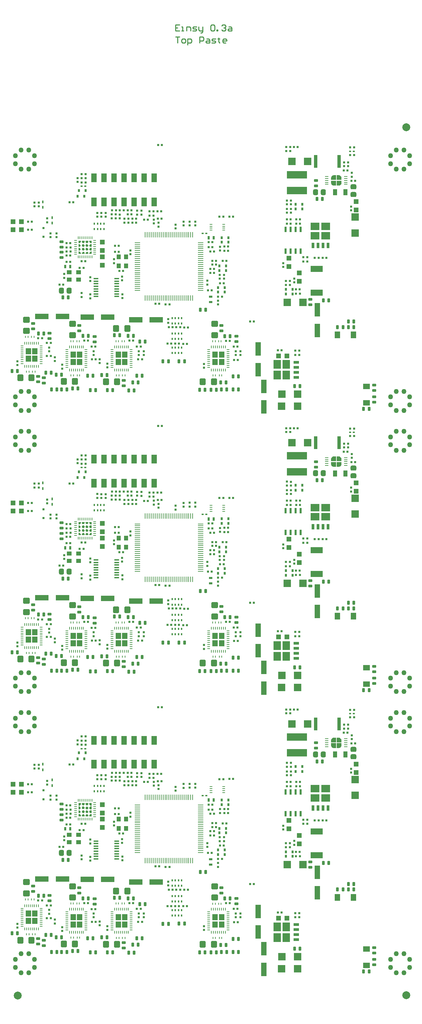
<source format=gtp>
G04 Layer_Color=8421504*
%FSLAX24Y24*%
%MOIN*%
G70*
G01*
G75*
G04:AMPARAMS|DCode=11|XSize=78.7mil|YSize=78.7mil|CornerRadius=39.4mil|HoleSize=0mil|Usage=FLASHONLY|Rotation=90.000|XOffset=0mil|YOffset=0mil|HoleType=Round|Shape=RoundedRectangle|*
%AMROUNDEDRECTD11*
21,1,0.0787,0.0000,0,0,90.0*
21,1,0.0000,0.0787,0,0,90.0*
1,1,0.0787,0.0000,0.0000*
1,1,0.0787,0.0000,0.0000*
1,1,0.0787,0.0000,0.0000*
1,1,0.0787,0.0000,0.0000*
%
%ADD11ROUNDEDRECTD11*%
%ADD12C,0.0100*%
%ADD160R,0.0890X0.0752*%
%ADD161R,0.0752X0.0890*%
%ADD162R,0.0528X0.0618*%
%ADD163R,0.0382X0.0098*%
G04:AMPARAMS|DCode=164|XSize=20mil|YSize=22mil|CornerRadius=3.4mil|HoleSize=0mil|Usage=FLASHONLY|Rotation=180.000|XOffset=0mil|YOffset=0mil|HoleType=Round|Shape=RoundedRectangle|*
%AMROUNDEDRECTD164*
21,1,0.0200,0.0152,0,0,180.0*
21,1,0.0132,0.0220,0,0,180.0*
1,1,0.0068,-0.0066,0.0076*
1,1,0.0068,0.0066,0.0076*
1,1,0.0068,0.0066,-0.0076*
1,1,0.0068,-0.0066,-0.0076*
%
%ADD164ROUNDEDRECTD164*%
%ADD165R,0.0260X0.0540*%
%ADD166R,0.0540X0.0260*%
%ADD167R,0.0295X0.0098*%
G04:AMPARAMS|DCode=168|XSize=20mil|YSize=22mil|CornerRadius=3.4mil|HoleSize=0mil|Usage=FLASHONLY|Rotation=270.000|XOffset=0mil|YOffset=0mil|HoleType=Round|Shape=RoundedRectangle|*
%AMROUNDEDRECTD168*
21,1,0.0200,0.0152,0,0,270.0*
21,1,0.0132,0.0220,0,0,270.0*
1,1,0.0068,-0.0076,-0.0066*
1,1,0.0068,-0.0076,0.0066*
1,1,0.0068,0.0076,0.0066*
1,1,0.0068,0.0076,-0.0066*
%
%ADD168ROUNDEDRECTD168*%
G04:AMPARAMS|DCode=169|XSize=27.1mil|YSize=37.4mil|CornerRadius=4.8mil|HoleSize=0mil|Usage=FLASHONLY|Rotation=180.000|XOffset=0mil|YOffset=0mil|HoleType=Round|Shape=RoundedRectangle|*
%AMROUNDEDRECTD169*
21,1,0.0271,0.0277,0,0,180.0*
21,1,0.0175,0.0374,0,0,180.0*
1,1,0.0097,-0.0087,0.0139*
1,1,0.0097,0.0087,0.0139*
1,1,0.0097,0.0087,-0.0139*
1,1,0.0097,-0.0087,-0.0139*
%
%ADD169ROUNDEDRECTD169*%
G04:AMPARAMS|DCode=170|XSize=27.1mil|YSize=37.4mil|CornerRadius=4.8mil|HoleSize=0mil|Usage=FLASHONLY|Rotation=270.000|XOffset=0mil|YOffset=0mil|HoleType=Round|Shape=RoundedRectangle|*
%AMROUNDEDRECTD170*
21,1,0.0271,0.0277,0,0,270.0*
21,1,0.0175,0.0374,0,0,270.0*
1,1,0.0097,-0.0139,-0.0087*
1,1,0.0097,-0.0139,0.0087*
1,1,0.0097,0.0139,0.0087*
1,1,0.0097,0.0139,-0.0087*
%
%ADD170ROUNDEDRECTD170*%
%ADD171R,0.0531X0.1319*%
%ADD172R,0.1319X0.0531*%
G04:AMPARAMS|DCode=173|XSize=50mil|YSize=58mil|CornerRadius=12mil|HoleSize=0mil|Usage=FLASHONLY|Rotation=0.000|XOffset=0mil|YOffset=0mil|HoleType=Round|Shape=RoundedRectangle|*
%AMROUNDEDRECTD173*
21,1,0.0500,0.0340,0,0,0.0*
21,1,0.0260,0.0580,0,0,0.0*
1,1,0.0240,0.0130,-0.0170*
1,1,0.0240,-0.0130,-0.0170*
1,1,0.0240,-0.0130,0.0170*
1,1,0.0240,0.0130,0.0170*
%
%ADD173ROUNDEDRECTD173*%
G04:AMPARAMS|DCode=174|XSize=50mil|YSize=58mil|CornerRadius=12mil|HoleSize=0mil|Usage=FLASHONLY|Rotation=270.000|XOffset=0mil|YOffset=0mil|HoleType=Round|Shape=RoundedRectangle|*
%AMROUNDEDRECTD174*
21,1,0.0500,0.0340,0,0,270.0*
21,1,0.0260,0.0580,0,0,270.0*
1,1,0.0240,-0.0170,-0.0130*
1,1,0.0240,-0.0170,0.0130*
1,1,0.0240,0.0170,0.0130*
1,1,0.0240,0.0170,-0.0130*
%
%ADD174ROUNDEDRECTD174*%
%ADD175R,0.0413X0.0649*%
%ADD176R,0.0197X0.0177*%
G04:AMPARAMS|DCode=177|XSize=61mil|YSize=69mil|CornerRadius=14.7mil|HoleSize=0mil|Usage=FLASHONLY|Rotation=180.000|XOffset=0mil|YOffset=0mil|HoleType=Round|Shape=RoundedRectangle|*
%AMROUNDEDRECTD177*
21,1,0.0610,0.0395,0,0,180.0*
21,1,0.0315,0.0690,0,0,180.0*
1,1,0.0295,-0.0158,0.0198*
1,1,0.0295,0.0158,0.0198*
1,1,0.0295,0.0158,-0.0198*
1,1,0.0295,-0.0158,-0.0198*
%
%ADD177ROUNDEDRECTD177*%
G04:AMPARAMS|DCode=178|XSize=61mil|YSize=69mil|CornerRadius=14.7mil|HoleSize=0mil|Usage=FLASHONLY|Rotation=90.000|XOffset=0mil|YOffset=0mil|HoleType=Round|Shape=RoundedRectangle|*
%AMROUNDEDRECTD178*
21,1,0.0610,0.0395,0,0,90.0*
21,1,0.0315,0.0690,0,0,90.0*
1,1,0.0295,0.0198,0.0158*
1,1,0.0295,0.0198,-0.0158*
1,1,0.0295,-0.0198,-0.0158*
1,1,0.0295,-0.0198,0.0158*
%
%ADD178ROUNDEDRECTD178*%
%ADD179R,0.0180X0.0240*%
%ADD180R,0.0334X0.1279*%
G04:AMPARAMS|DCode=181|XSize=9mil|YSize=29.5mil|CornerRadius=3.4mil|HoleSize=0mil|Usage=FLASHONLY|Rotation=180.000|XOffset=0mil|YOffset=0mil|HoleType=Round|Shape=RoundedRectangle|*
%AMROUNDEDRECTD181*
21,1,0.0090,0.0227,0,0,180.0*
21,1,0.0022,0.0295,0,0,180.0*
1,1,0.0068,-0.0011,0.0113*
1,1,0.0068,0.0011,0.0113*
1,1,0.0068,0.0011,-0.0113*
1,1,0.0068,-0.0011,-0.0113*
%
%ADD181ROUNDEDRECTD181*%
G04:AMPARAMS|DCode=182|XSize=9mil|YSize=29.5mil|CornerRadius=3.4mil|HoleSize=0mil|Usage=FLASHONLY|Rotation=270.000|XOffset=0mil|YOffset=0mil|HoleType=Round|Shape=RoundedRectangle|*
%AMROUNDEDRECTD182*
21,1,0.0090,0.0227,0,0,270.0*
21,1,0.0022,0.0295,0,0,270.0*
1,1,0.0068,-0.0113,-0.0011*
1,1,0.0068,-0.0113,0.0011*
1,1,0.0068,0.0113,0.0011*
1,1,0.0068,0.0113,-0.0011*
%
%ADD182ROUNDEDRECTD182*%
%ADD183R,0.0480X0.0130*%
%ADD184R,0.0100X0.0580*%
%ADD185R,0.0580X0.0100*%
%ADD186C,0.0500*%
%ADD187R,0.0220X0.0580*%
%ADD188R,0.0460X0.0460*%
%ADD189R,0.0326X0.0244*%
%ADD190R,0.0244X0.0326*%
%ADD191R,0.0689X0.0523*%
%ADD192R,0.0523X0.0689*%
%ADD193R,0.0500X0.0400*%
%ADD194R,0.0216X0.0295*%
%ADD195R,0.0098X0.0197*%
%ADD196R,0.0770X0.0770*%
%ADD197R,0.0180X0.0260*%
%ADD198R,0.0770X0.0770*%
%ADD199R,0.1240X0.0610*%
%ADD200R,0.0220X0.0220*%
%ADD201R,0.0460X0.0460*%
%ADD202R,0.0400X0.0500*%
%ADD203R,0.1988X0.0762*%
%ADD204O,0.0078X0.0315*%
%ADD205O,0.0315X0.0078*%
%ADD206R,0.0571X0.0897*%
G36*
X45146Y92220D02*
X45192Y92201D01*
X45234Y92173D01*
X45270Y92138D01*
X45298Y92096D01*
X45317Y92049D01*
X45327Y92000D01*
Y91974D01*
Y91758D01*
X44855D01*
Y92230D01*
X45096D01*
X45146Y92220D01*
D02*
G37*
G36*
X44776Y91758D02*
X44304D01*
Y91974D01*
Y92000D01*
X44313Y92049D01*
X44333Y92096D01*
X44361Y92138D01*
X44396Y92173D01*
X44438Y92201D01*
X44485Y92220D01*
X44534Y92230D01*
X44776D01*
Y91758D01*
D02*
G37*
G36*
X45327Y91463D02*
Y91437D01*
X45317Y91388D01*
X45298Y91341D01*
X45270Y91299D01*
X45234Y91264D01*
X45192Y91236D01*
X45146Y91217D01*
X45096Y91207D01*
X44855D01*
Y91679D01*
X45327D01*
Y91463D01*
D02*
G37*
G36*
X44776Y91207D02*
X44534D01*
X44485Y91217D01*
X44438Y91236D01*
X44396Y91264D01*
X44361Y91299D01*
X44333Y91341D01*
X44313Y91388D01*
X44304Y91437D01*
Y91463D01*
Y91679D01*
X44776D01*
Y91207D01*
D02*
G37*
G36*
X20093Y85583D02*
X19994Y85486D01*
X19913D01*
X19818Y85579D01*
Y85712D01*
X20093D01*
Y85583D01*
D02*
G37*
G36*
X19719D02*
X19620Y85486D01*
X19539D01*
X19444Y85579D01*
Y85712D01*
X19719D01*
Y85583D01*
D02*
G37*
G36*
X20428Y85466D02*
X20310D01*
X20182Y85594D01*
Y85712D01*
X20428D01*
Y85466D01*
D02*
G37*
G36*
X19355Y85594D02*
X19227Y85466D01*
X19109D01*
Y85712D01*
X19355D01*
Y85594D01*
D02*
G37*
G36*
X19709Y85289D02*
Y85191D01*
X19631Y85112D01*
X19532D01*
X19444Y85200D01*
Y85279D01*
X19542Y85378D01*
X19621D01*
X19709Y85289D01*
D02*
G37*
G36*
X20428Y85102D02*
X20299D01*
X20202Y85201D01*
Y85283D01*
X20295Y85378D01*
X20428D01*
Y85102D01*
D02*
G37*
G36*
X20093Y85279D02*
Y85200D01*
X19995Y85102D01*
X19916D01*
X19828Y85191D01*
Y85289D01*
X19906Y85368D01*
X20005D01*
X20093Y85279D01*
D02*
G37*
G36*
X19335Y85279D02*
Y85191D01*
X19247Y85102D01*
X19109D01*
Y85378D01*
X19237D01*
X19335Y85279D01*
D02*
G37*
G36*
X19709Y84915D02*
Y84817D01*
X19631Y84738D01*
X19532D01*
X19444Y84826D01*
Y84905D01*
X19542Y85004D01*
X19621D01*
X19709Y84915D01*
D02*
G37*
G36*
X20428Y84728D02*
X20300D01*
X20202Y84826D01*
Y84915D01*
X20290Y85004D01*
X20428D01*
Y84728D01*
D02*
G37*
G36*
X20093Y84905D02*
Y84826D01*
X19995Y84728D01*
X19916D01*
X19828Y84817D01*
Y84915D01*
X19906Y84994D01*
X20005D01*
X20093Y84905D01*
D02*
G37*
G36*
X19335Y84904D02*
Y84823D01*
X19242Y84728D01*
X19109D01*
Y85004D01*
X19238D01*
X19335Y84904D01*
D02*
G37*
G36*
X20428Y84393D02*
X20182D01*
Y84511D01*
X20310Y84639D01*
X20428D01*
Y84393D01*
D02*
G37*
G36*
X20093Y84526D02*
Y84393D01*
X19818D01*
Y84522D01*
X19917Y84620D01*
X19999D01*
X20093Y84526D01*
D02*
G37*
G36*
X19719D02*
Y84393D01*
X19444D01*
Y84522D01*
X19543Y84620D01*
X19624D01*
X19719Y84526D01*
D02*
G37*
G36*
X19355Y84511D02*
Y84393D01*
X19109D01*
Y84639D01*
X19227D01*
X19355Y84511D01*
D02*
G37*
G36*
X45146Y64228D02*
X45192Y64209D01*
X45234Y64181D01*
X45270Y64145D01*
X45298Y64103D01*
X45317Y64057D01*
X45327Y64007D01*
Y63982D01*
Y63766D01*
X44855D01*
Y64238D01*
X45096D01*
X45146Y64228D01*
D02*
G37*
G36*
X44776Y63766D02*
X44304D01*
Y63982D01*
Y64007D01*
X44313Y64057D01*
X44333Y64103D01*
X44361Y64145D01*
X44396Y64181D01*
X44438Y64209D01*
X44485Y64228D01*
X44534Y64238D01*
X44776D01*
Y63766D01*
D02*
G37*
G36*
X45327Y63470D02*
Y63445D01*
X45317Y63396D01*
X45298Y63349D01*
X45270Y63307D01*
X45234Y63272D01*
X45192Y63244D01*
X45146Y63224D01*
X45096Y63215D01*
X44855D01*
Y63687D01*
X45327D01*
Y63470D01*
D02*
G37*
G36*
X44776Y63215D02*
X44534D01*
X44485Y63224D01*
X44438Y63244D01*
X44396Y63272D01*
X44361Y63307D01*
X44333Y63349D01*
X44313Y63396D01*
X44304Y63445D01*
Y63470D01*
Y63687D01*
X44776D01*
Y63215D01*
D02*
G37*
G36*
X20093Y57591D02*
X19994Y57494D01*
X19913D01*
X19818Y57587D01*
Y57720D01*
X20093D01*
Y57591D01*
D02*
G37*
G36*
X19719D02*
X19620Y57494D01*
X19539D01*
X19444Y57587D01*
Y57720D01*
X19719D01*
Y57591D01*
D02*
G37*
G36*
X20428Y57474D02*
X20310D01*
X20182Y57602D01*
Y57720D01*
X20428D01*
Y57474D01*
D02*
G37*
G36*
X19355Y57602D02*
X19227Y57474D01*
X19109D01*
Y57720D01*
X19355D01*
Y57602D01*
D02*
G37*
G36*
X19709Y57297D02*
Y57198D01*
X19631Y57120D01*
X19532D01*
X19444Y57208D01*
Y57287D01*
X19542Y57385D01*
X19621D01*
X19709Y57297D01*
D02*
G37*
G36*
X20428Y57110D02*
X20299D01*
X20202Y57209D01*
Y57291D01*
X20295Y57385D01*
X20428D01*
Y57110D01*
D02*
G37*
G36*
X20093Y57287D02*
Y57208D01*
X19995Y57110D01*
X19916D01*
X19828Y57198D01*
Y57297D01*
X19906Y57376D01*
X20005D01*
X20093Y57287D01*
D02*
G37*
G36*
X19335Y57287D02*
Y57198D01*
X19247Y57110D01*
X19109D01*
Y57385D01*
X19237D01*
X19335Y57287D01*
D02*
G37*
G36*
X19709Y56923D02*
Y56824D01*
X19631Y56746D01*
X19532D01*
X19444Y56834D01*
Y56913D01*
X19542Y57011D01*
X19621D01*
X19709Y56923D01*
D02*
G37*
G36*
X20428Y56736D02*
X20300D01*
X20202Y56834D01*
Y56923D01*
X20290Y57011D01*
X20428D01*
Y56736D01*
D02*
G37*
G36*
X20093Y56913D02*
Y56834D01*
X19995Y56736D01*
X19916D01*
X19828Y56824D01*
Y56923D01*
X19906Y57002D01*
X20005D01*
X20093Y56913D01*
D02*
G37*
G36*
X19335Y56912D02*
Y56831D01*
X19242Y56736D01*
X19109D01*
Y57011D01*
X19238D01*
X19335Y56912D01*
D02*
G37*
G36*
X20428Y56401D02*
X20182D01*
Y56519D01*
X20310Y56647D01*
X20428D01*
Y56401D01*
D02*
G37*
G36*
X20093Y56534D02*
Y56401D01*
X19818D01*
Y56530D01*
X19917Y56628D01*
X19999D01*
X20093Y56534D01*
D02*
G37*
G36*
X19719D02*
Y56401D01*
X19444D01*
Y56530D01*
X19543Y56628D01*
X19624D01*
X19719Y56534D01*
D02*
G37*
G36*
X19355Y56519D02*
Y56401D01*
X19109D01*
Y56647D01*
X19227D01*
X19355Y56519D01*
D02*
G37*
G36*
X45146Y36236D02*
X45192Y36217D01*
X45234Y36189D01*
X45270Y36153D01*
X45298Y36111D01*
X45317Y36065D01*
X45327Y36015D01*
Y35990D01*
Y35774D01*
X44855D01*
Y36246D01*
X45096D01*
X45146Y36236D01*
D02*
G37*
G36*
X44776Y35774D02*
X44304D01*
Y35990D01*
Y36015D01*
X44313Y36065D01*
X44333Y36111D01*
X44361Y36153D01*
X44396Y36189D01*
X44438Y36217D01*
X44485Y36236D01*
X44534Y36246D01*
X44776D01*
Y35774D01*
D02*
G37*
G36*
X45327Y35478D02*
Y35453D01*
X45317Y35404D01*
X45298Y35357D01*
X45270Y35315D01*
X45234Y35280D01*
X45192Y35252D01*
X45146Y35232D01*
X45096Y35222D01*
X44855D01*
Y35695D01*
X45327D01*
Y35478D01*
D02*
G37*
G36*
X44776Y35222D02*
X44534D01*
X44485Y35232D01*
X44438Y35252D01*
X44396Y35280D01*
X44361Y35315D01*
X44333Y35357D01*
X44313Y35404D01*
X44304Y35453D01*
Y35478D01*
Y35695D01*
X44776D01*
Y35222D01*
D02*
G37*
G36*
X20093Y29599D02*
X19994Y29502D01*
X19913D01*
X19818Y29595D01*
Y29728D01*
X20093D01*
Y29599D01*
D02*
G37*
G36*
X19719D02*
X19620Y29502D01*
X19539D01*
X19444Y29595D01*
Y29728D01*
X19719D01*
Y29599D01*
D02*
G37*
G36*
X20428Y29482D02*
X20310D01*
X20182Y29610D01*
Y29728D01*
X20428D01*
Y29482D01*
D02*
G37*
G36*
X19355Y29610D02*
X19227Y29482D01*
X19109D01*
Y29728D01*
X19355D01*
Y29610D01*
D02*
G37*
G36*
X19709Y29305D02*
Y29206D01*
X19631Y29128D01*
X19532D01*
X19444Y29216D01*
Y29295D01*
X19542Y29393D01*
X19621D01*
X19709Y29305D01*
D02*
G37*
G36*
X20428Y29118D02*
X20299D01*
X20202Y29217D01*
Y29299D01*
X20295Y29393D01*
X20428D01*
Y29118D01*
D02*
G37*
G36*
X20093Y29295D02*
Y29216D01*
X19995Y29118D01*
X19916D01*
X19828Y29206D01*
Y29305D01*
X19906Y29383D01*
X20005D01*
X20093Y29295D01*
D02*
G37*
G36*
X19335Y29295D02*
Y29206D01*
X19247Y29118D01*
X19109D01*
Y29393D01*
X19237D01*
X19335Y29295D01*
D02*
G37*
G36*
X19709Y28931D02*
Y28832D01*
X19631Y28754D01*
X19532D01*
X19444Y28842D01*
Y28921D01*
X19542Y29019D01*
X19621D01*
X19709Y28931D01*
D02*
G37*
G36*
X20428Y28744D02*
X20300D01*
X20202Y28842D01*
Y28931D01*
X20290Y29019D01*
X20428D01*
Y28744D01*
D02*
G37*
G36*
X20093Y28921D02*
Y28842D01*
X19995Y28744D01*
X19916D01*
X19828Y28832D01*
Y28931D01*
X19906Y29009D01*
X20005D01*
X20093Y28921D01*
D02*
G37*
G36*
X19335Y28920D02*
Y28839D01*
X19242Y28744D01*
X19109D01*
Y29019D01*
X19238D01*
X19335Y28920D01*
D02*
G37*
G36*
X20428Y28409D02*
X20182D01*
Y28527D01*
X20310Y28655D01*
X20428D01*
Y28409D01*
D02*
G37*
G36*
X20093Y28542D02*
Y28409D01*
X19818D01*
Y28538D01*
X19917Y28635D01*
X19999D01*
X20093Y28542D01*
D02*
G37*
G36*
X19719D02*
Y28409D01*
X19444D01*
Y28538D01*
X19543Y28635D01*
X19624D01*
X19719Y28542D01*
D02*
G37*
G36*
X19355Y28527D02*
Y28409D01*
X19109D01*
Y28655D01*
X19227D01*
X19355Y28527D01*
D02*
G37*
G54D11*
X51800Y96998D02*
D03*
Y10600D02*
D03*
X13061Y10561D02*
D03*
G54D12*
X28800Y106000D02*
X29200D01*
X29000D01*
Y105400D01*
X29500D02*
X29700D01*
X29800Y105500D01*
Y105700D01*
X29700Y105800D01*
X29500D01*
X29400Y105700D01*
Y105500D01*
X29500Y105400D01*
X30000Y105200D02*
Y105800D01*
X30300D01*
X30399Y105700D01*
Y105500D01*
X30300Y105400D01*
X30000D01*
X31199D02*
Y106000D01*
X31499D01*
X31599Y105900D01*
Y105700D01*
X31499Y105600D01*
X31199D01*
X31899Y105800D02*
X32099D01*
X32199Y105700D01*
Y105400D01*
X31899D01*
X31799Y105500D01*
X31899Y105600D01*
X32199D01*
X32399Y105400D02*
X32699D01*
X32799Y105500D01*
X32699Y105600D01*
X32499D01*
X32399Y105700D01*
X32499Y105800D01*
X32799D01*
X33099Y105900D02*
Y105800D01*
X32999D01*
X33199D01*
X33099D01*
Y105500D01*
X33199Y105400D01*
X33798D02*
X33598D01*
X33498Y105500D01*
Y105700D01*
X33598Y105800D01*
X33798D01*
X33898Y105700D01*
Y105600D01*
X33498D01*
X29200Y107200D02*
X28800D01*
Y106600D01*
X29200D01*
X28800Y106900D02*
X29000D01*
X29400Y106600D02*
X29600D01*
X29500D01*
Y107000D01*
X29400D01*
X29900Y106600D02*
Y107000D01*
X30200D01*
X30300Y106900D01*
Y106600D01*
X30499D02*
X30799D01*
X30899Y106700D01*
X30799Y106800D01*
X30599D01*
X30499Y106900D01*
X30599Y107000D01*
X30899D01*
X31099D02*
Y106700D01*
X31199Y106600D01*
X31499D01*
Y106500D01*
X31399Y106400D01*
X31299D01*
X31499Y106600D02*
Y107000D01*
X32299Y107100D02*
X32399Y107200D01*
X32599D01*
X32699Y107100D01*
Y106700D01*
X32599Y106600D01*
X32399D01*
X32299Y106700D01*
Y107100D01*
X32899Y106600D02*
Y106700D01*
X32999D01*
Y106600D01*
X32899D01*
X33399Y107100D02*
X33498Y107200D01*
X33698D01*
X33798Y107100D01*
Y107000D01*
X33698Y106900D01*
X33598D01*
X33698D01*
X33798Y106800D01*
Y106700D01*
X33698Y106600D01*
X33498D01*
X33399Y106700D01*
X34098Y107000D02*
X34298D01*
X34398Y106900D01*
Y106600D01*
X34098D01*
X33998Y106700D01*
X34098Y106800D01*
X34398D01*
G54D160*
X42698Y31158D02*
D03*
X43762Y31157D02*
D03*
X43762Y30232D02*
D03*
X42698Y30232D02*
D03*
Y59150D02*
D03*
X43762Y59149D02*
D03*
X43762Y58224D02*
D03*
X42698Y58224D02*
D03*
Y87142D02*
D03*
X43762Y87142D02*
D03*
X43762Y86216D02*
D03*
X42698Y86216D02*
D03*
G54D161*
X39841Y16353D02*
D03*
X39841Y17417D02*
D03*
X38916Y17417D02*
D03*
X38915Y16353D02*
D03*
X39841Y44346D02*
D03*
X39841Y45409D02*
D03*
X38916Y45409D02*
D03*
X38915Y44346D02*
D03*
X39841Y72338D02*
D03*
X39841Y73401D02*
D03*
X38916Y73401D02*
D03*
X38915Y72338D02*
D03*
G54D162*
X14122Y18001D02*
D03*
X14768Y18737D02*
D03*
X14122Y18737D02*
D03*
X14768Y18001D02*
D03*
X19241Y17641D02*
D03*
X18596Y18377D02*
D03*
X19241Y18377D02*
D03*
X18595Y17641D02*
D03*
X23095D02*
D03*
X23741Y18377D02*
D03*
X23096Y18377D02*
D03*
X23741Y17641D02*
D03*
X33381D02*
D03*
X32736Y18377D02*
D03*
X33381Y18377D02*
D03*
X32735Y17641D02*
D03*
X14122Y45993D02*
D03*
X14768Y46730D02*
D03*
X14122Y46729D02*
D03*
X14768Y45993D02*
D03*
X19241Y45633D02*
D03*
X18596Y46369D02*
D03*
X19241Y46370D02*
D03*
X18595Y45633D02*
D03*
X23095D02*
D03*
X23741Y46370D02*
D03*
X23096Y46369D02*
D03*
X23741Y45633D02*
D03*
X33381D02*
D03*
X32736Y46369D02*
D03*
X33381Y46370D02*
D03*
X32735Y45633D02*
D03*
X14122Y73985D02*
D03*
X14768Y74722D02*
D03*
X14122Y74721D02*
D03*
X14768Y73985D02*
D03*
X19241Y73625D02*
D03*
X18596Y74362D02*
D03*
X19241Y74362D02*
D03*
X18595Y73625D02*
D03*
X23095D02*
D03*
X23741Y74362D02*
D03*
X23096Y74362D02*
D03*
X23741Y73625D02*
D03*
X33381D02*
D03*
X32736Y74362D02*
D03*
X33381Y74362D02*
D03*
X32735Y73625D02*
D03*
G54D163*
X43870Y36128D02*
D03*
Y35931D02*
D03*
Y35734D02*
D03*
Y35537D02*
D03*
Y35341D02*
D03*
X45760Y36128D02*
D03*
Y35931D02*
D03*
Y35734D02*
D03*
Y35537D02*
D03*
Y35341D02*
D03*
X43870Y64120D02*
D03*
Y63923D02*
D03*
Y63726D02*
D03*
Y63530D02*
D03*
Y63333D02*
D03*
X45760Y64120D02*
D03*
Y63923D02*
D03*
Y63726D02*
D03*
Y63530D02*
D03*
Y63333D02*
D03*
X43870Y92112D02*
D03*
Y91915D02*
D03*
Y91719D02*
D03*
Y91522D02*
D03*
Y91325D02*
D03*
X45760Y92112D02*
D03*
Y91915D02*
D03*
Y91719D02*
D03*
Y91522D02*
D03*
Y91325D02*
D03*
G54D164*
X41917Y28089D02*
D03*
X41539D02*
D03*
X41175Y24878D02*
D03*
X40799D02*
D03*
X35006Y17868D02*
D03*
X34629D02*
D03*
X33819Y19769D02*
D03*
X34195D02*
D03*
X34592Y19198D02*
D03*
X34969D02*
D03*
X25069Y17909D02*
D03*
X25445D02*
D03*
X24188Y19778D02*
D03*
X24565D02*
D03*
X25319Y19198D02*
D03*
X24941D02*
D03*
X20826Y17909D02*
D03*
X20449D02*
D03*
X19689Y19778D02*
D03*
X20066D02*
D03*
X20425Y19188D02*
D03*
X20802D02*
D03*
X45559Y36728D02*
D03*
X45936D02*
D03*
X32452Y27729D02*
D03*
X32829D02*
D03*
X27988Y19473D02*
D03*
X28365D02*
D03*
X28504Y21107D02*
D03*
X28127D02*
D03*
X28765Y19473D02*
D03*
X29142D02*
D03*
X29252Y21107D02*
D03*
X28875D02*
D03*
X29923Y19463D02*
D03*
X29546D02*
D03*
X29656Y21097D02*
D03*
X30033D02*
D03*
X32469Y29588D02*
D03*
X32092D02*
D03*
X33856Y27719D02*
D03*
X33479D02*
D03*
X32631Y28661D02*
D03*
X32254D02*
D03*
X23188Y26721D02*
D03*
X23565D02*
D03*
X19792Y27686D02*
D03*
X19415D02*
D03*
X19609Y27039D02*
D03*
X19231D02*
D03*
X17929Y29499D02*
D03*
X18305D02*
D03*
X22752Y28634D02*
D03*
X23128D02*
D03*
X17929Y28259D02*
D03*
X18305D02*
D03*
X17232Y25368D02*
D03*
X17608D02*
D03*
X27808Y23386D02*
D03*
X28185D02*
D03*
X32473Y29075D02*
D03*
X32096D02*
D03*
X16345Y18269D02*
D03*
X15969D02*
D03*
X15108Y20029D02*
D03*
X15486D02*
D03*
X15971Y19548D02*
D03*
X16349D02*
D03*
X36598Y21688D02*
D03*
X36221D02*
D03*
X27436Y39269D02*
D03*
X27058D02*
D03*
X40599Y39049D02*
D03*
X40975D02*
D03*
X17929Y27619D02*
D03*
X18305D02*
D03*
X18591Y33561D02*
D03*
X18212D02*
D03*
X19431Y35951D02*
D03*
X19810D02*
D03*
X19431Y36361D02*
D03*
X19810D02*
D03*
X19811Y35531D02*
D03*
X19432D02*
D03*
X41917Y27659D02*
D03*
X41539D02*
D03*
X46199Y38268D02*
D03*
X46577D02*
D03*
X46578Y39009D02*
D03*
X46200D02*
D03*
X40799Y24448D02*
D03*
X41177D02*
D03*
X33040Y24169D02*
D03*
X33419D02*
D03*
X32448Y27348D02*
D03*
X32827D02*
D03*
X39799Y25329D02*
D03*
X40177D02*
D03*
X40178Y25738D02*
D03*
X39800D02*
D03*
X26038Y31828D02*
D03*
X25660D02*
D03*
X23620Y32751D02*
D03*
X23241D02*
D03*
X27155Y23449D02*
D03*
X26779D02*
D03*
X22752Y29218D02*
D03*
X23128D02*
D03*
X34529Y32129D02*
D03*
X34151D02*
D03*
X26202Y32239D02*
D03*
X26579D02*
D03*
X24388Y32341D02*
D03*
X24011D02*
D03*
X24079Y31918D02*
D03*
X23702D02*
D03*
X24484Y31921D02*
D03*
X24861D02*
D03*
X26204Y32651D02*
D03*
X26581D02*
D03*
X27021Y31921D02*
D03*
X27398D02*
D03*
X22851Y32741D02*
D03*
X22474D02*
D03*
X46320Y35679D02*
D03*
X46698D02*
D03*
X40811Y31841D02*
D03*
X41190D02*
D03*
X33658Y29148D02*
D03*
X34037D02*
D03*
X17930Y29069D02*
D03*
X18309D02*
D03*
Y28658D02*
D03*
X17930D02*
D03*
X43839Y28019D02*
D03*
X43460D02*
D03*
X42670D02*
D03*
X43049D02*
D03*
X41118Y18359D02*
D03*
X40740D02*
D03*
Y18779D02*
D03*
X41118D02*
D03*
X38988Y18838D02*
D03*
X39367D02*
D03*
X33210Y25498D02*
D03*
X33589D02*
D03*
X14468Y30808D02*
D03*
X14090D02*
D03*
X34037Y28728D02*
D03*
X33658D02*
D03*
X40260Y31841D02*
D03*
X39881D02*
D03*
X41191Y31411D02*
D03*
X40812D02*
D03*
X39882D02*
D03*
X40261D02*
D03*
X26991Y32641D02*
D03*
X27370D02*
D03*
X24482Y31511D02*
D03*
X24861D02*
D03*
X23698Y31518D02*
D03*
X24077D02*
D03*
X24012Y32741D02*
D03*
X24391D02*
D03*
X33549Y32109D02*
D03*
X33170D02*
D03*
X14471Y31618D02*
D03*
X14092D02*
D03*
X32408Y24784D02*
D03*
X32030D02*
D03*
X32629Y26924D02*
D03*
X32250D02*
D03*
X32629Y26514D02*
D03*
X32250D02*
D03*
X41917Y56081D02*
D03*
X41539D02*
D03*
X41175Y52871D02*
D03*
X40799D02*
D03*
X35006Y45861D02*
D03*
X34629D02*
D03*
X33819Y47761D02*
D03*
X34195D02*
D03*
X34592Y47191D02*
D03*
X34969D02*
D03*
X25069Y45901D02*
D03*
X25445D02*
D03*
X24188Y47771D02*
D03*
X24565D02*
D03*
X25319Y47191D02*
D03*
X24941D02*
D03*
X20826Y45901D02*
D03*
X20449D02*
D03*
X19689Y47771D02*
D03*
X20066D02*
D03*
X20425Y47181D02*
D03*
X20802D02*
D03*
X45559Y64721D02*
D03*
X45936D02*
D03*
X32452Y55721D02*
D03*
X32829D02*
D03*
X27988Y47465D02*
D03*
X28365D02*
D03*
X28504Y49099D02*
D03*
X28127D02*
D03*
X28765Y47465D02*
D03*
X29142D02*
D03*
X29252Y49099D02*
D03*
X28875D02*
D03*
X29923Y47455D02*
D03*
X29546D02*
D03*
X29656Y49089D02*
D03*
X30033D02*
D03*
X32469Y57581D02*
D03*
X32092D02*
D03*
X33856Y55711D02*
D03*
X33479D02*
D03*
X32631Y56654D02*
D03*
X32254D02*
D03*
X23188Y54713D02*
D03*
X23565D02*
D03*
X19792Y55679D02*
D03*
X19415D02*
D03*
X19609Y55031D02*
D03*
X19231D02*
D03*
X17929Y57491D02*
D03*
X18305D02*
D03*
X22752Y56626D02*
D03*
X23128D02*
D03*
X17929Y56251D02*
D03*
X18305D02*
D03*
X17232Y53361D02*
D03*
X17608D02*
D03*
X27808Y51379D02*
D03*
X28185D02*
D03*
X32473Y57067D02*
D03*
X32096D02*
D03*
X16345Y46261D02*
D03*
X15969D02*
D03*
X15108Y48021D02*
D03*
X15486D02*
D03*
X15971Y47541D02*
D03*
X16349D02*
D03*
X36598Y49681D02*
D03*
X36221D02*
D03*
X27436Y67261D02*
D03*
X27058D02*
D03*
X40599Y67041D02*
D03*
X40975D02*
D03*
X17929Y55611D02*
D03*
X18305D02*
D03*
X18591Y61553D02*
D03*
X18212D02*
D03*
X19431Y63943D02*
D03*
X19810D02*
D03*
X19431Y64353D02*
D03*
X19810D02*
D03*
X19811Y63523D02*
D03*
X19432D02*
D03*
X41917Y55651D02*
D03*
X41539D02*
D03*
X46199Y66261D02*
D03*
X46577D02*
D03*
X46578Y67001D02*
D03*
X46200D02*
D03*
X40799Y52441D02*
D03*
X41177D02*
D03*
X33040Y52161D02*
D03*
X33419D02*
D03*
X32448Y55341D02*
D03*
X32827D02*
D03*
X39799Y53321D02*
D03*
X40177D02*
D03*
X40178Y53731D02*
D03*
X39800D02*
D03*
X26038Y59821D02*
D03*
X25660D02*
D03*
X23620Y60743D02*
D03*
X23241D02*
D03*
X27155Y51441D02*
D03*
X26779D02*
D03*
X22752Y57211D02*
D03*
X23128D02*
D03*
X34529Y60121D02*
D03*
X34151D02*
D03*
X26202Y60231D02*
D03*
X26579D02*
D03*
X24388Y60333D02*
D03*
X24011D02*
D03*
X24079Y59911D02*
D03*
X23702D02*
D03*
X24484Y59913D02*
D03*
X24861D02*
D03*
X26204Y60643D02*
D03*
X26581D02*
D03*
X27021Y59913D02*
D03*
X27398D02*
D03*
X22851Y60733D02*
D03*
X22474D02*
D03*
X46320Y63671D02*
D03*
X46698D02*
D03*
X40811Y59833D02*
D03*
X41190D02*
D03*
X33658Y57141D02*
D03*
X34037D02*
D03*
X17930Y57061D02*
D03*
X18309D02*
D03*
Y56651D02*
D03*
X17930D02*
D03*
X43839Y56011D02*
D03*
X43460D02*
D03*
X42670D02*
D03*
X43049D02*
D03*
X41118Y46351D02*
D03*
X40740D02*
D03*
Y46771D02*
D03*
X41118D02*
D03*
X38988Y46831D02*
D03*
X39367D02*
D03*
X33210Y53491D02*
D03*
X33589D02*
D03*
X14468Y58801D02*
D03*
X14090D02*
D03*
X34037Y56721D02*
D03*
X33658D02*
D03*
X40260Y59833D02*
D03*
X39881D02*
D03*
X41191Y59403D02*
D03*
X40812D02*
D03*
X39882D02*
D03*
X40261D02*
D03*
X26991Y60633D02*
D03*
X27370D02*
D03*
X24482Y59503D02*
D03*
X24861D02*
D03*
X23698Y59511D02*
D03*
X24077D02*
D03*
X24012Y60733D02*
D03*
X24391D02*
D03*
X33549Y60101D02*
D03*
X33170D02*
D03*
X14471Y59611D02*
D03*
X14092D02*
D03*
X32408Y52776D02*
D03*
X32030D02*
D03*
X32629Y54916D02*
D03*
X32250D02*
D03*
X32629Y54506D02*
D03*
X32250D02*
D03*
X41917Y84073D02*
D03*
X41539D02*
D03*
X41175Y80863D02*
D03*
X40799D02*
D03*
X35006Y73853D02*
D03*
X34629D02*
D03*
X33819Y75753D02*
D03*
X34195D02*
D03*
X34592Y75183D02*
D03*
X34969D02*
D03*
X25069Y73893D02*
D03*
X25445D02*
D03*
X24188Y75763D02*
D03*
X24565D02*
D03*
X25319Y75183D02*
D03*
X24941D02*
D03*
X20826Y73893D02*
D03*
X20449D02*
D03*
X19689Y75763D02*
D03*
X20066D02*
D03*
X20425Y75173D02*
D03*
X20802D02*
D03*
X45559Y92713D02*
D03*
X45936D02*
D03*
X32452Y83713D02*
D03*
X32829D02*
D03*
X27988Y75457D02*
D03*
X28365D02*
D03*
X28504Y77091D02*
D03*
X28127D02*
D03*
X28765Y75457D02*
D03*
X29142D02*
D03*
X29252Y77091D02*
D03*
X28875D02*
D03*
X29923Y75447D02*
D03*
X29546D02*
D03*
X29656Y77081D02*
D03*
X30033D02*
D03*
X32469Y85573D02*
D03*
X32092D02*
D03*
X33856Y83703D02*
D03*
X33479D02*
D03*
X32631Y84646D02*
D03*
X32254D02*
D03*
X23188Y82705D02*
D03*
X23565D02*
D03*
X19792Y83671D02*
D03*
X19415D02*
D03*
X19609Y83023D02*
D03*
X19231D02*
D03*
X17929Y85483D02*
D03*
X18305D02*
D03*
X22752Y84618D02*
D03*
X23128D02*
D03*
X17929Y84243D02*
D03*
X18305D02*
D03*
X17232Y81353D02*
D03*
X17608D02*
D03*
X27808Y79371D02*
D03*
X28185D02*
D03*
X32473Y85059D02*
D03*
X32096D02*
D03*
X16345Y74253D02*
D03*
X15969D02*
D03*
X15108Y76013D02*
D03*
X15486D02*
D03*
X15971Y75533D02*
D03*
X16349D02*
D03*
X36598Y77673D02*
D03*
X36221D02*
D03*
X27436Y95253D02*
D03*
X27058D02*
D03*
X40599Y95033D02*
D03*
X40975D02*
D03*
X17929Y83603D02*
D03*
X18305D02*
D03*
X18591Y89545D02*
D03*
X18212D02*
D03*
X19431Y91935D02*
D03*
X19810D02*
D03*
X19431Y92345D02*
D03*
X19810D02*
D03*
X19811Y91515D02*
D03*
X19432D02*
D03*
X41917Y83643D02*
D03*
X41539D02*
D03*
X46199Y94253D02*
D03*
X46577D02*
D03*
X46578Y94993D02*
D03*
X46200D02*
D03*
X40799Y80433D02*
D03*
X41177D02*
D03*
X33040Y80153D02*
D03*
X33419D02*
D03*
X32448Y83333D02*
D03*
X32827D02*
D03*
X39799Y81313D02*
D03*
X40177D02*
D03*
X40178Y81723D02*
D03*
X39800D02*
D03*
X26038Y87813D02*
D03*
X25660D02*
D03*
X23620Y88735D02*
D03*
X23241D02*
D03*
X27155Y79433D02*
D03*
X26779D02*
D03*
X22752Y85203D02*
D03*
X23128D02*
D03*
X34529Y88113D02*
D03*
X34151D02*
D03*
X26202Y88223D02*
D03*
X26579D02*
D03*
X24388Y88325D02*
D03*
X24011D02*
D03*
X24079Y87903D02*
D03*
X23702D02*
D03*
X24484Y87905D02*
D03*
X24861D02*
D03*
X26204Y88635D02*
D03*
X26581D02*
D03*
X27021Y87905D02*
D03*
X27398D02*
D03*
X22851Y88725D02*
D03*
X22474D02*
D03*
X46320Y91663D02*
D03*
X46698D02*
D03*
X40811Y87825D02*
D03*
X41190D02*
D03*
X33658Y85133D02*
D03*
X34037D02*
D03*
X17930Y85053D02*
D03*
X18309D02*
D03*
Y84643D02*
D03*
X17930D02*
D03*
X43839Y84003D02*
D03*
X43460D02*
D03*
X42670D02*
D03*
X43049D02*
D03*
X41118Y74343D02*
D03*
X40740D02*
D03*
Y74763D02*
D03*
X41118D02*
D03*
X38988Y74823D02*
D03*
X39367D02*
D03*
X33210Y81483D02*
D03*
X33589D02*
D03*
X14468Y86793D02*
D03*
X14090D02*
D03*
X34037Y84713D02*
D03*
X33658D02*
D03*
X40260Y87825D02*
D03*
X39881D02*
D03*
X41191Y87395D02*
D03*
X40812D02*
D03*
X39882D02*
D03*
X40261D02*
D03*
X26991Y88625D02*
D03*
X27370D02*
D03*
X24482Y87495D02*
D03*
X24861D02*
D03*
X23698Y87503D02*
D03*
X24077D02*
D03*
X24012Y88725D02*
D03*
X24391D02*
D03*
X33549Y88093D02*
D03*
X33170D02*
D03*
X14471Y87603D02*
D03*
X14092D02*
D03*
X32408Y80768D02*
D03*
X32030D02*
D03*
X32629Y82908D02*
D03*
X32250D02*
D03*
X32629Y82498D02*
D03*
X32250D02*
D03*
G54D165*
X42480Y29242D02*
D03*
X42980D02*
D03*
X43480D02*
D03*
X43980D02*
D03*
X42480Y57234D02*
D03*
X42980D02*
D03*
X43480D02*
D03*
X43980D02*
D03*
X42480Y85227D02*
D03*
X42980D02*
D03*
X43480D02*
D03*
X43980D02*
D03*
G54D166*
X40831Y17635D02*
D03*
Y17135D02*
D03*
Y16635D02*
D03*
Y16135D02*
D03*
Y45627D02*
D03*
Y45127D02*
D03*
Y44627D02*
D03*
Y44127D02*
D03*
Y73620D02*
D03*
Y73120D02*
D03*
Y72620D02*
D03*
Y72120D02*
D03*
G54D167*
X32331Y31366D02*
D03*
Y31169D02*
D03*
Y30973D02*
D03*
Y30776D02*
D03*
X33591Y31366D02*
D03*
Y31169D02*
D03*
Y30973D02*
D03*
Y30776D02*
D03*
X32331Y59358D02*
D03*
Y59162D02*
D03*
Y58965D02*
D03*
Y58768D02*
D03*
X33591Y59358D02*
D03*
Y59162D02*
D03*
Y58965D02*
D03*
Y58768D02*
D03*
X32331Y87351D02*
D03*
Y87154D02*
D03*
Y86957D02*
D03*
Y86760D02*
D03*
X33591Y87351D02*
D03*
Y87154D02*
D03*
Y86957D02*
D03*
Y86760D02*
D03*
G54D168*
X40289Y33354D02*
D03*
Y33731D02*
D03*
X31639Y17091D02*
D03*
Y17469D02*
D03*
X34788Y18359D02*
D03*
Y18736D02*
D03*
X21999Y17112D02*
D03*
Y17488D02*
D03*
X25138Y18736D02*
D03*
Y18359D02*
D03*
X17488Y17002D02*
D03*
Y17378D02*
D03*
X20638Y18359D02*
D03*
Y18736D02*
D03*
X16314Y30459D02*
D03*
Y30082D02*
D03*
X20295Y26093D02*
D03*
Y25716D02*
D03*
X23474Y25775D02*
D03*
Y26152D02*
D03*
X23484Y24025D02*
D03*
Y24402D02*
D03*
X20305Y24373D02*
D03*
Y23996D02*
D03*
X28798Y30961D02*
D03*
Y31339D02*
D03*
X22648Y27875D02*
D03*
Y27499D02*
D03*
X17699Y26031D02*
D03*
Y26409D02*
D03*
X14739Y33159D02*
D03*
Y33535D02*
D03*
X31969Y25741D02*
D03*
Y25364D02*
D03*
X24299Y28765D02*
D03*
Y28389D02*
D03*
X16178Y18719D02*
D03*
Y19095D02*
D03*
X13029Y17342D02*
D03*
Y17718D02*
D03*
X19021Y35581D02*
D03*
Y35960D02*
D03*
X19421Y24510D02*
D03*
Y24131D02*
D03*
X39889Y33733D02*
D03*
Y33354D02*
D03*
X39821Y38672D02*
D03*
Y39051D02*
D03*
X40221Y38672D02*
D03*
Y39051D02*
D03*
X33198Y25950D02*
D03*
Y26328D02*
D03*
X40294Y32508D02*
D03*
Y32887D02*
D03*
X25384Y32330D02*
D03*
Y32708D02*
D03*
X29599Y31625D02*
D03*
Y31249D02*
D03*
X30178Y31258D02*
D03*
Y31635D02*
D03*
X30749D02*
D03*
Y31258D02*
D03*
X23241Y31961D02*
D03*
Y32338D02*
D03*
X27088Y31131D02*
D03*
Y31509D02*
D03*
X24974Y32332D02*
D03*
Y32708D02*
D03*
X21811Y32121D02*
D03*
Y32498D02*
D03*
X21401Y32121D02*
D03*
Y32498D02*
D03*
X35268Y18738D02*
D03*
Y18360D02*
D03*
X25619D02*
D03*
Y18738D02*
D03*
X21219Y17938D02*
D03*
Y17560D02*
D03*
X45978Y37527D02*
D03*
Y37148D02*
D03*
X45578Y37150D02*
D03*
Y37529D02*
D03*
X46358Y36100D02*
D03*
Y36479D02*
D03*
X33238Y29127D02*
D03*
Y28749D02*
D03*
X33038Y23389D02*
D03*
Y23767D02*
D03*
X33609Y25950D02*
D03*
Y26328D02*
D03*
X26609Y31837D02*
D03*
Y31458D02*
D03*
X16914Y30079D02*
D03*
Y30458D02*
D03*
X39539Y27487D02*
D03*
Y27109D02*
D03*
X40638Y25578D02*
D03*
Y25957D02*
D03*
X46276Y32757D02*
D03*
Y33136D02*
D03*
X15998Y31571D02*
D03*
Y31950D02*
D03*
X15149Y33537D02*
D03*
Y33159D02*
D03*
X16759Y18128D02*
D03*
Y17750D02*
D03*
X39884Y32508D02*
D03*
Y32887D02*
D03*
X21001Y32501D02*
D03*
Y32122D02*
D03*
X22431Y31962D02*
D03*
Y32341D02*
D03*
X22841D02*
D03*
Y31962D02*
D03*
X28051Y21541D02*
D03*
Y21920D02*
D03*
X40289Y61346D02*
D03*
Y61723D02*
D03*
X31639Y45084D02*
D03*
Y45461D02*
D03*
X34788Y46351D02*
D03*
Y46728D02*
D03*
X21999Y45104D02*
D03*
Y45481D02*
D03*
X25138Y46728D02*
D03*
Y46351D02*
D03*
X17488Y44994D02*
D03*
Y45371D02*
D03*
X20638Y46351D02*
D03*
Y46728D02*
D03*
X16314Y58451D02*
D03*
Y58074D02*
D03*
X20295Y54085D02*
D03*
Y53708D02*
D03*
X23474Y53767D02*
D03*
Y54144D02*
D03*
X23484Y52017D02*
D03*
Y52394D02*
D03*
X20305Y52365D02*
D03*
Y51988D02*
D03*
X28798Y58954D02*
D03*
Y59331D02*
D03*
X22648Y55868D02*
D03*
Y55491D02*
D03*
X17699Y54024D02*
D03*
Y54401D02*
D03*
X14739Y61151D02*
D03*
Y61528D02*
D03*
X31969Y53733D02*
D03*
Y53356D02*
D03*
X24299Y56758D02*
D03*
Y56381D02*
D03*
X16178Y46711D02*
D03*
Y47088D02*
D03*
X13029Y45334D02*
D03*
Y45711D02*
D03*
X19021Y63573D02*
D03*
Y63952D02*
D03*
X19421Y52502D02*
D03*
Y52123D02*
D03*
X39889Y61725D02*
D03*
Y61346D02*
D03*
X39821Y66664D02*
D03*
Y67043D02*
D03*
X40221Y66664D02*
D03*
Y67043D02*
D03*
X33198Y53942D02*
D03*
Y54321D02*
D03*
X40294Y60501D02*
D03*
Y60880D02*
D03*
X25384Y60322D02*
D03*
Y60701D02*
D03*
X29599Y59618D02*
D03*
Y59241D02*
D03*
X30178Y59251D02*
D03*
Y59628D02*
D03*
X30749D02*
D03*
Y59251D02*
D03*
X23241Y59953D02*
D03*
Y60330D02*
D03*
X27088Y59124D02*
D03*
Y59501D02*
D03*
X24974Y60324D02*
D03*
Y60701D02*
D03*
X21811Y60113D02*
D03*
Y60490D02*
D03*
X21401Y60113D02*
D03*
Y60490D02*
D03*
X35268Y46731D02*
D03*
Y46352D02*
D03*
X25619D02*
D03*
Y46731D02*
D03*
X21219Y45931D02*
D03*
Y45552D02*
D03*
X45978Y65520D02*
D03*
Y65141D02*
D03*
X45578Y65142D02*
D03*
Y65521D02*
D03*
X46358Y64092D02*
D03*
Y64471D02*
D03*
X33238Y57120D02*
D03*
Y56741D02*
D03*
X33038Y51381D02*
D03*
Y51760D02*
D03*
X33609Y53942D02*
D03*
Y54321D02*
D03*
X26609Y59830D02*
D03*
Y59451D02*
D03*
X16914Y58071D02*
D03*
Y58450D02*
D03*
X39539Y55480D02*
D03*
Y55101D02*
D03*
X40638Y53571D02*
D03*
Y53950D02*
D03*
X46276Y60749D02*
D03*
Y61128D02*
D03*
X15998Y59563D02*
D03*
Y59942D02*
D03*
X15149Y61530D02*
D03*
Y61151D02*
D03*
X16759Y46121D02*
D03*
Y45742D02*
D03*
X39884Y60501D02*
D03*
Y60880D02*
D03*
X21001Y60493D02*
D03*
Y60114D02*
D03*
X22431Y59954D02*
D03*
Y60333D02*
D03*
X22841D02*
D03*
Y59954D02*
D03*
X28051Y49533D02*
D03*
Y49912D02*
D03*
X40289Y89338D02*
D03*
Y89715D02*
D03*
X31639Y73076D02*
D03*
Y73453D02*
D03*
X34788Y74343D02*
D03*
Y74720D02*
D03*
X21999Y73096D02*
D03*
Y73473D02*
D03*
X25138Y74720D02*
D03*
Y74343D02*
D03*
X17488Y72986D02*
D03*
Y73363D02*
D03*
X20638Y74343D02*
D03*
Y74720D02*
D03*
X16314Y86443D02*
D03*
Y86066D02*
D03*
X20295Y82077D02*
D03*
Y81700D02*
D03*
X23474Y81759D02*
D03*
Y82136D02*
D03*
X23484Y80009D02*
D03*
Y80386D02*
D03*
X20305Y80357D02*
D03*
Y79980D02*
D03*
X28798Y86946D02*
D03*
Y87323D02*
D03*
X22648Y83860D02*
D03*
Y83483D02*
D03*
X17699Y82016D02*
D03*
Y82393D02*
D03*
X14739Y89143D02*
D03*
Y89520D02*
D03*
X31969Y81725D02*
D03*
Y81348D02*
D03*
X24299Y84750D02*
D03*
Y84373D02*
D03*
X16178Y74703D02*
D03*
Y75080D02*
D03*
X13029Y73326D02*
D03*
Y73703D02*
D03*
X19021Y91565D02*
D03*
Y91944D02*
D03*
X19421Y80494D02*
D03*
Y80115D02*
D03*
X39889Y89717D02*
D03*
Y89338D02*
D03*
X39821Y94656D02*
D03*
Y95035D02*
D03*
X40221Y94656D02*
D03*
Y95035D02*
D03*
X33198Y81934D02*
D03*
Y82313D02*
D03*
X40294Y88493D02*
D03*
Y88872D02*
D03*
X25384Y88314D02*
D03*
Y88693D02*
D03*
X29599Y87610D02*
D03*
Y87233D02*
D03*
X30178Y87243D02*
D03*
Y87620D02*
D03*
X30749D02*
D03*
Y87243D02*
D03*
X23241Y87945D02*
D03*
Y88322D02*
D03*
X27088Y87116D02*
D03*
Y87493D02*
D03*
X24974Y88316D02*
D03*
Y88693D02*
D03*
X21811Y88105D02*
D03*
Y88482D02*
D03*
X21401Y88105D02*
D03*
Y88482D02*
D03*
X35268Y74723D02*
D03*
Y74344D02*
D03*
X25619D02*
D03*
Y74723D02*
D03*
X21219Y73923D02*
D03*
Y73544D02*
D03*
X45978Y93512D02*
D03*
Y93133D02*
D03*
X45578Y93134D02*
D03*
Y93513D02*
D03*
X46358Y92084D02*
D03*
Y92463D02*
D03*
X33238Y85112D02*
D03*
Y84733D02*
D03*
X33038Y79373D02*
D03*
Y79752D02*
D03*
X33609Y81934D02*
D03*
Y82313D02*
D03*
X26609Y87822D02*
D03*
Y87443D02*
D03*
X16914Y86063D02*
D03*
Y86442D02*
D03*
X39539Y83472D02*
D03*
Y83093D02*
D03*
X40638Y81563D02*
D03*
Y81942D02*
D03*
X46276Y88741D02*
D03*
Y89120D02*
D03*
X15998Y87555D02*
D03*
Y87934D02*
D03*
X15149Y89522D02*
D03*
Y89143D02*
D03*
X16759Y74113D02*
D03*
Y73734D02*
D03*
X39884Y88493D02*
D03*
Y88872D02*
D03*
X21001Y88485D02*
D03*
Y88106D02*
D03*
X22431Y87946D02*
D03*
Y88325D02*
D03*
X22841D02*
D03*
Y87946D02*
D03*
X28051Y77525D02*
D03*
Y77904D02*
D03*
G54D169*
X33291Y15609D02*
D03*
X33826D02*
D03*
X31201Y14878D02*
D03*
X31736D02*
D03*
X32866D02*
D03*
X32331D02*
D03*
X33896Y14908D02*
D03*
X33361D02*
D03*
X34521D02*
D03*
X35056D02*
D03*
X34226Y20238D02*
D03*
X33691D02*
D03*
X34531Y16219D02*
D03*
X35066D02*
D03*
X21411Y16358D02*
D03*
X21946D02*
D03*
X24521Y15628D02*
D03*
X25056D02*
D03*
X22681Y20319D02*
D03*
X23216D02*
D03*
X28076Y17708D02*
D03*
X27541D02*
D03*
X29676Y17729D02*
D03*
X29141D02*
D03*
X25221Y19678D02*
D03*
X25756D02*
D03*
X24061Y20248D02*
D03*
X24596D02*
D03*
X25466Y16288D02*
D03*
X24931D02*
D03*
X19571Y20248D02*
D03*
X20106D02*
D03*
X20546Y16279D02*
D03*
X20011D02*
D03*
X19046Y15008D02*
D03*
X18511D02*
D03*
X17436Y16379D02*
D03*
X16901D02*
D03*
X20816Y14858D02*
D03*
X20281D02*
D03*
X21981Y14869D02*
D03*
X22516D02*
D03*
X24111Y14828D02*
D03*
X24646D02*
D03*
X46546Y21688D02*
D03*
X46011D02*
D03*
X44941Y21128D02*
D03*
X45476D02*
D03*
X46011D02*
D03*
X46546D02*
D03*
X43416Y33879D02*
D03*
X42881D02*
D03*
X47541Y12989D02*
D03*
X48076D02*
D03*
X44046Y23779D02*
D03*
X43511D02*
D03*
X41196Y15249D02*
D03*
X40661D02*
D03*
X15111Y20498D02*
D03*
X15646D02*
D03*
X16406Y16599D02*
D03*
X15871D02*
D03*
X13036Y16759D02*
D03*
X12501D02*
D03*
X16413Y14908D02*
D03*
X16948D02*
D03*
X17956D02*
D03*
X17421D02*
D03*
X31786Y22859D02*
D03*
X31251D02*
D03*
X18081Y24078D02*
D03*
X17546D02*
D03*
X33291Y43601D02*
D03*
X33826D02*
D03*
X31201Y42871D02*
D03*
X31736D02*
D03*
X32866D02*
D03*
X32331D02*
D03*
X33896Y42901D02*
D03*
X33361D02*
D03*
X34521D02*
D03*
X35056D02*
D03*
X34226Y48231D02*
D03*
X33691D02*
D03*
X34531Y44211D02*
D03*
X35066D02*
D03*
X21411Y44351D02*
D03*
X21946D02*
D03*
X24521Y43621D02*
D03*
X25056D02*
D03*
X22681Y48311D02*
D03*
X23216D02*
D03*
X28076Y45701D02*
D03*
X27541D02*
D03*
X29676Y45721D02*
D03*
X29141D02*
D03*
X25221Y47671D02*
D03*
X25756D02*
D03*
X24061Y48241D02*
D03*
X24596D02*
D03*
X25466Y44281D02*
D03*
X24931D02*
D03*
X19571Y48241D02*
D03*
X20106D02*
D03*
X20546Y44271D02*
D03*
X20011D02*
D03*
X19046Y43001D02*
D03*
X18511D02*
D03*
X17436Y44371D02*
D03*
X16901D02*
D03*
X20816Y42851D02*
D03*
X20281D02*
D03*
X21981Y42861D02*
D03*
X22516D02*
D03*
X24111Y42821D02*
D03*
X24646D02*
D03*
X46546Y49681D02*
D03*
X46011D02*
D03*
X44941Y49121D02*
D03*
X45476D02*
D03*
X46011D02*
D03*
X46546D02*
D03*
X43416Y61871D02*
D03*
X42881D02*
D03*
X47541Y40981D02*
D03*
X48076D02*
D03*
X44046Y51771D02*
D03*
X43511D02*
D03*
X41196Y43241D02*
D03*
X40661D02*
D03*
X15111Y48491D02*
D03*
X15646D02*
D03*
X16406Y44591D02*
D03*
X15871D02*
D03*
X13036Y44751D02*
D03*
X12501D02*
D03*
X16413Y42901D02*
D03*
X16948D02*
D03*
X17956D02*
D03*
X17421D02*
D03*
X31786Y50851D02*
D03*
X31251D02*
D03*
X18081Y52071D02*
D03*
X17546D02*
D03*
X33291Y71593D02*
D03*
X33826D02*
D03*
X31201Y70863D02*
D03*
X31736D02*
D03*
X32866D02*
D03*
X32331D02*
D03*
X33896Y70893D02*
D03*
X33361D02*
D03*
X34521D02*
D03*
X35056D02*
D03*
X34226Y76223D02*
D03*
X33691D02*
D03*
X34531Y72203D02*
D03*
X35066D02*
D03*
X21411Y72343D02*
D03*
X21946D02*
D03*
X24521Y71613D02*
D03*
X25056D02*
D03*
X22681Y76303D02*
D03*
X23216D02*
D03*
X28076Y73693D02*
D03*
X27541D02*
D03*
X29676Y73713D02*
D03*
X29141D02*
D03*
X25221Y75663D02*
D03*
X25756D02*
D03*
X24061Y76233D02*
D03*
X24596D02*
D03*
X25466Y72273D02*
D03*
X24931D02*
D03*
X19571Y76233D02*
D03*
X20106D02*
D03*
X20546Y72263D02*
D03*
X20011D02*
D03*
X19046Y70993D02*
D03*
X18511D02*
D03*
X17436Y72363D02*
D03*
X16901D02*
D03*
X20816Y70843D02*
D03*
X20281D02*
D03*
X21981Y70853D02*
D03*
X22516D02*
D03*
X24111Y70813D02*
D03*
X24646D02*
D03*
X46546Y77673D02*
D03*
X46011D02*
D03*
X44941Y77113D02*
D03*
X45476D02*
D03*
X46011D02*
D03*
X46546D02*
D03*
X43416Y89863D02*
D03*
X42881D02*
D03*
X47541Y68973D02*
D03*
X48076D02*
D03*
X44046Y79763D02*
D03*
X43511D02*
D03*
X41196Y71233D02*
D03*
X40661D02*
D03*
X15111Y76483D02*
D03*
X15646D02*
D03*
X16406Y72583D02*
D03*
X15871D02*
D03*
X13036Y72743D02*
D03*
X12501D02*
D03*
X16413Y70893D02*
D03*
X16948D02*
D03*
X17956D02*
D03*
X17421D02*
D03*
X31786Y78843D02*
D03*
X31251D02*
D03*
X18081Y80063D02*
D03*
X17546D02*
D03*
G54D170*
X33359Y21306D02*
D03*
Y20771D02*
D03*
X34848Y20236D02*
D03*
Y19701D02*
D03*
X23628Y15301D02*
D03*
Y15836D02*
D03*
X19198Y21296D02*
D03*
Y20761D02*
D03*
X20728Y20196D02*
D03*
Y19661D02*
D03*
X42238Y23876D02*
D03*
Y23341D02*
D03*
X48579Y13641D02*
D03*
Y14176D02*
D03*
Y14821D02*
D03*
Y15356D02*
D03*
X42799Y35191D02*
D03*
Y35726D02*
D03*
X15099Y16226D02*
D03*
Y15691D02*
D03*
X15668Y15551D02*
D03*
Y16086D02*
D03*
X14598Y21486D02*
D03*
Y20951D02*
D03*
X16238Y20001D02*
D03*
Y20536D02*
D03*
X17419Y29101D02*
D03*
Y29636D02*
D03*
X17418Y28051D02*
D03*
Y28586D02*
D03*
X33359Y49298D02*
D03*
Y48763D02*
D03*
X34848Y48228D02*
D03*
Y47693D02*
D03*
X23628Y43293D02*
D03*
Y43828D02*
D03*
X19198Y49288D02*
D03*
Y48753D02*
D03*
X20728Y48188D02*
D03*
Y47653D02*
D03*
X42238Y51868D02*
D03*
Y51333D02*
D03*
X48579Y41633D02*
D03*
Y42168D02*
D03*
Y42813D02*
D03*
Y43348D02*
D03*
X42799Y63183D02*
D03*
Y63718D02*
D03*
X15099Y44218D02*
D03*
Y43683D02*
D03*
X15668Y43543D02*
D03*
Y44078D02*
D03*
X14598Y49478D02*
D03*
Y48943D02*
D03*
X16238Y47993D02*
D03*
Y48528D02*
D03*
X17419Y57093D02*
D03*
Y57628D02*
D03*
X17418Y56043D02*
D03*
Y56578D02*
D03*
X33359Y77290D02*
D03*
Y76755D02*
D03*
X34848Y76220D02*
D03*
Y75685D02*
D03*
X23628Y71285D02*
D03*
Y71820D02*
D03*
X19198Y77280D02*
D03*
Y76745D02*
D03*
X20728Y76180D02*
D03*
Y75645D02*
D03*
X42238Y79860D02*
D03*
Y79325D02*
D03*
X48579Y69625D02*
D03*
Y70160D02*
D03*
Y70805D02*
D03*
Y71340D02*
D03*
X42799Y91175D02*
D03*
Y91710D02*
D03*
X15099Y72210D02*
D03*
Y71675D02*
D03*
X15668Y71535D02*
D03*
Y72070D02*
D03*
X14598Y77470D02*
D03*
Y76935D02*
D03*
X16238Y75985D02*
D03*
Y76520D02*
D03*
X17419Y85085D02*
D03*
Y85620D02*
D03*
X17418Y84035D02*
D03*
Y84571D02*
D03*
G54D171*
X37599Y15232D02*
D03*
Y13185D02*
D03*
X37009Y18952D02*
D03*
Y16905D02*
D03*
X42919Y22852D02*
D03*
Y20805D02*
D03*
X37599Y43224D02*
D03*
Y41177D02*
D03*
X37009Y46944D02*
D03*
Y44897D02*
D03*
X42919Y50844D02*
D03*
Y48797D02*
D03*
X37599Y71216D02*
D03*
Y69169D02*
D03*
X37009Y74936D02*
D03*
Y72889D02*
D03*
X42919Y78836D02*
D03*
Y76789D02*
D03*
G54D172*
X24811Y21858D02*
D03*
X26858D02*
D03*
X19995Y22129D02*
D03*
X22042D02*
D03*
X15475Y22178D02*
D03*
X17522D02*
D03*
X24811Y49851D02*
D03*
X26858D02*
D03*
X19995Y50121D02*
D03*
X22042D02*
D03*
X15475Y50171D02*
D03*
X17522D02*
D03*
X24811Y77843D02*
D03*
X26858D02*
D03*
X19995Y78113D02*
D03*
X22042D02*
D03*
X15475Y78163D02*
D03*
X17522D02*
D03*
G54D173*
X42774Y34569D02*
D03*
X43528D02*
D03*
X18193Y24769D02*
D03*
X17438D02*
D03*
X42774Y62561D02*
D03*
X43528D02*
D03*
X18193Y52761D02*
D03*
X17438D02*
D03*
X42774Y90553D02*
D03*
X43528D02*
D03*
X18193Y80753D02*
D03*
X17438D02*
D03*
G54D174*
X46519Y34328D02*
D03*
Y35083D02*
D03*
Y62321D02*
D03*
Y63075D02*
D03*
Y90313D02*
D03*
Y91067D02*
D03*
G54D175*
X45740Y34558D02*
D03*
X44697D02*
D03*
X45740Y62551D02*
D03*
X44697D02*
D03*
X45740Y90543D02*
D03*
X44697D02*
D03*
G54D176*
X19434Y35151D02*
D03*
X19808D02*
D03*
X31487Y30468D02*
D03*
X31861D02*
D03*
X46192Y38639D02*
D03*
X46566D02*
D03*
X19434Y63143D02*
D03*
X19808D02*
D03*
X31487Y58461D02*
D03*
X31861D02*
D03*
X46192Y66631D02*
D03*
X46566D02*
D03*
X19434Y91135D02*
D03*
X19808D02*
D03*
X31487Y86453D02*
D03*
X31861D02*
D03*
X46192Y94623D02*
D03*
X46566D02*
D03*
G54D177*
X31498Y15689D02*
D03*
X32618D02*
D03*
X21848Y15678D02*
D03*
X22968D02*
D03*
X22859Y20989D02*
D03*
X23979D02*
D03*
X17649Y15718D02*
D03*
X18768D02*
D03*
X13309Y16078D02*
D03*
X14428D02*
D03*
X31498Y43681D02*
D03*
X32618D02*
D03*
X21848Y43671D02*
D03*
X22968D02*
D03*
X22859Y48981D02*
D03*
X23979D02*
D03*
X17649Y43711D02*
D03*
X18768D02*
D03*
X13309Y44071D02*
D03*
X14428D02*
D03*
X31498Y71673D02*
D03*
X32618D02*
D03*
X21848Y71663D02*
D03*
X22968D02*
D03*
X22859Y76973D02*
D03*
X23979D02*
D03*
X17649Y71703D02*
D03*
X18768D02*
D03*
X13309Y72063D02*
D03*
X14428D02*
D03*
G54D178*
X32689Y20329D02*
D03*
Y21449D02*
D03*
X18519Y20329D02*
D03*
Y21449D02*
D03*
X13918Y20749D02*
D03*
Y21869D02*
D03*
X32689Y48321D02*
D03*
Y49441D02*
D03*
X18519Y48321D02*
D03*
Y49441D02*
D03*
X13918Y48741D02*
D03*
Y49861D02*
D03*
X32689Y76313D02*
D03*
Y77433D02*
D03*
X18519Y76313D02*
D03*
Y77433D02*
D03*
X13918Y76733D02*
D03*
Y77853D02*
D03*
G54D179*
X29398Y18543D02*
D03*
X29083D02*
D03*
X28766D02*
D03*
X28446D02*
D03*
Y19079D02*
D03*
X28766D02*
D03*
X29083D02*
D03*
X29398D02*
D03*
Y20477D02*
D03*
X29083D02*
D03*
X28766D02*
D03*
X28446D02*
D03*
Y19941D02*
D03*
X28766D02*
D03*
X29083D02*
D03*
X29398D02*
D03*
Y21496D02*
D03*
X29083D02*
D03*
X28766D02*
D03*
X28446D02*
D03*
Y22032D02*
D03*
X28766D02*
D03*
X29083D02*
D03*
X29398D02*
D03*
X21644Y31427D02*
D03*
X21329D02*
D03*
X21011D02*
D03*
X20691D02*
D03*
Y30891D02*
D03*
X21011D02*
D03*
X21329D02*
D03*
X21644D02*
D03*
X29398Y46536D02*
D03*
X29083D02*
D03*
X28766D02*
D03*
X28446D02*
D03*
Y47071D02*
D03*
X28766D02*
D03*
X29083D02*
D03*
X29398D02*
D03*
Y48469D02*
D03*
X29083D02*
D03*
X28766D02*
D03*
X28446D02*
D03*
Y47933D02*
D03*
X28766D02*
D03*
X29083D02*
D03*
X29398D02*
D03*
Y49488D02*
D03*
X29083D02*
D03*
X28766D02*
D03*
X28446D02*
D03*
Y50024D02*
D03*
X28766D02*
D03*
X29083D02*
D03*
X29398D02*
D03*
X21644Y59419D02*
D03*
X21329D02*
D03*
X21011D02*
D03*
X20691D02*
D03*
Y58884D02*
D03*
X21011D02*
D03*
X21329D02*
D03*
X21644D02*
D03*
X29398Y74528D02*
D03*
X29083D02*
D03*
X28766D02*
D03*
X28446D02*
D03*
Y75063D02*
D03*
X28766D02*
D03*
X29083D02*
D03*
X29398D02*
D03*
Y76461D02*
D03*
X29083D02*
D03*
X28766D02*
D03*
X28446D02*
D03*
Y75925D02*
D03*
X28766D02*
D03*
X29083D02*
D03*
X29398D02*
D03*
Y77480D02*
D03*
X29083D02*
D03*
X28766D02*
D03*
X28446D02*
D03*
Y78016D02*
D03*
X28766D02*
D03*
X29083D02*
D03*
X29398D02*
D03*
X21644Y87411D02*
D03*
X21329D02*
D03*
X21011D02*
D03*
X20691D02*
D03*
Y86876D02*
D03*
X21011D02*
D03*
X21329D02*
D03*
X21644D02*
D03*
G54D180*
X42757Y37619D02*
D03*
X45080D02*
D03*
X42757Y65611D02*
D03*
X45080D02*
D03*
X42757Y93603D02*
D03*
X45080D02*
D03*
G54D181*
X19079Y28124D02*
D03*
X19268D02*
D03*
X19468D02*
D03*
X19669D02*
D03*
X19867D02*
D03*
X20064D02*
D03*
X20261D02*
D03*
X20457D02*
D03*
Y30018D02*
D03*
X20261D02*
D03*
X20064D02*
D03*
X19867D02*
D03*
X19669D02*
D03*
X19468D02*
D03*
X19268D02*
D03*
X19079D02*
D03*
Y56116D02*
D03*
X19268D02*
D03*
X19468D02*
D03*
X19669D02*
D03*
X19867D02*
D03*
X20064D02*
D03*
X20261D02*
D03*
X20457D02*
D03*
Y58011D02*
D03*
X20261D02*
D03*
X20064D02*
D03*
X19867D02*
D03*
X19669D02*
D03*
X19468D02*
D03*
X19268D02*
D03*
X19079D02*
D03*
Y84108D02*
D03*
X19268D02*
D03*
X19468D02*
D03*
X19669D02*
D03*
X19867D02*
D03*
X20064D02*
D03*
X20261D02*
D03*
X20457D02*
D03*
Y86003D02*
D03*
X20261D02*
D03*
X20064D02*
D03*
X19867D02*
D03*
X19669D02*
D03*
X19468D02*
D03*
X19268D02*
D03*
X19079D02*
D03*
G54D182*
X20713Y28380D02*
D03*
Y28576D02*
D03*
Y28773D02*
D03*
Y28970D02*
D03*
Y29169D02*
D03*
Y29369D02*
D03*
Y29569D02*
D03*
Y29759D02*
D03*
X18819D02*
D03*
Y29569D02*
D03*
Y29369D02*
D03*
Y29169D02*
D03*
Y28970D02*
D03*
Y28773D02*
D03*
Y28576D02*
D03*
Y28380D02*
D03*
X20713Y56372D02*
D03*
Y56569D02*
D03*
Y56765D02*
D03*
Y56962D02*
D03*
Y57161D02*
D03*
Y57361D02*
D03*
Y57561D02*
D03*
Y57751D02*
D03*
X18819D02*
D03*
Y57561D02*
D03*
Y57361D02*
D03*
Y57161D02*
D03*
Y56962D02*
D03*
Y56765D02*
D03*
Y56569D02*
D03*
Y56372D02*
D03*
X20713Y84364D02*
D03*
Y84561D02*
D03*
Y84757D02*
D03*
Y84954D02*
D03*
Y85153D02*
D03*
Y85353D02*
D03*
Y85553D02*
D03*
Y85743D02*
D03*
X18819D02*
D03*
Y85553D02*
D03*
Y85353D02*
D03*
Y85153D02*
D03*
Y84954D02*
D03*
Y84757D02*
D03*
Y84561D02*
D03*
Y84364D02*
D03*
G54D183*
X20866Y25694D02*
D03*
X22920Y25194D02*
D03*
X20866Y25944D02*
D03*
Y25444D02*
D03*
Y25194D02*
D03*
X22920Y25444D02*
D03*
X22920Y24939D02*
D03*
X22920Y24689D02*
D03*
X20866D02*
D03*
X22920Y24189D02*
D03*
X20866Y24939D02*
D03*
Y24439D02*
D03*
X22920D02*
D03*
X20866Y24189D02*
D03*
X22920Y25694D02*
D03*
Y25944D02*
D03*
X20866Y53686D02*
D03*
X22920Y53186D02*
D03*
X20866Y53936D02*
D03*
Y53436D02*
D03*
Y53186D02*
D03*
X22920Y53436D02*
D03*
X22920Y52931D02*
D03*
X22920Y52681D02*
D03*
X20866D02*
D03*
X22920Y52181D02*
D03*
X20866Y52931D02*
D03*
Y52431D02*
D03*
X22920D02*
D03*
X20866Y52181D02*
D03*
X22920Y53686D02*
D03*
Y53936D02*
D03*
X20866Y81678D02*
D03*
X22920Y81178D02*
D03*
X20866Y81928D02*
D03*
Y81428D02*
D03*
Y81178D02*
D03*
X22920Y81428D02*
D03*
X22920Y80923D02*
D03*
X22920Y80673D02*
D03*
X20866D02*
D03*
X22920Y80173D02*
D03*
X20866Y80923D02*
D03*
Y80423D02*
D03*
X22920D02*
D03*
X20866Y80173D02*
D03*
X22920Y81678D02*
D03*
Y81928D02*
D03*
G54D184*
X30506Y30318D02*
D03*
X30306D02*
D03*
X30106D02*
D03*
X29916D02*
D03*
X29716D02*
D03*
X29516D02*
D03*
X29326D02*
D03*
X29126D02*
D03*
X28926D02*
D03*
X28736D02*
D03*
X28536D02*
D03*
X28336D02*
D03*
X28136D02*
D03*
X27940D02*
D03*
X27743D02*
D03*
X27546D02*
D03*
X27349D02*
D03*
X27152D02*
D03*
X26955D02*
D03*
X26758D02*
D03*
X26562D02*
D03*
X26365D02*
D03*
X26168D02*
D03*
X25971D02*
D03*
X25774D02*
D03*
Y24018D02*
D03*
X25971D02*
D03*
X26168D02*
D03*
X26365D02*
D03*
X26562D02*
D03*
X26758D02*
D03*
X26955D02*
D03*
X27152D02*
D03*
X27349D02*
D03*
X27546D02*
D03*
X27743D02*
D03*
X27940D02*
D03*
X28136D02*
D03*
X28336D02*
D03*
X28536D02*
D03*
X28736D02*
D03*
X28926D02*
D03*
X29126D02*
D03*
X29326D02*
D03*
X29516D02*
D03*
X29716D02*
D03*
X29916D02*
D03*
X30106D02*
D03*
X30306D02*
D03*
X30506D02*
D03*
Y58310D02*
D03*
X30306D02*
D03*
X30106D02*
D03*
X29916D02*
D03*
X29716D02*
D03*
X29516D02*
D03*
X29326D02*
D03*
X29126D02*
D03*
X28926D02*
D03*
X28736D02*
D03*
X28536D02*
D03*
X28336D02*
D03*
X28136D02*
D03*
X27940D02*
D03*
X27743D02*
D03*
X27546D02*
D03*
X27349D02*
D03*
X27152D02*
D03*
X26955D02*
D03*
X26758D02*
D03*
X26562D02*
D03*
X26365D02*
D03*
X26168D02*
D03*
X25971D02*
D03*
X25774D02*
D03*
Y52011D02*
D03*
X25971D02*
D03*
X26168D02*
D03*
X26365D02*
D03*
X26562D02*
D03*
X26758D02*
D03*
X26955D02*
D03*
X27152D02*
D03*
X27349D02*
D03*
X27546D02*
D03*
X27743D02*
D03*
X27940D02*
D03*
X28136D02*
D03*
X28336D02*
D03*
X28536D02*
D03*
X28736D02*
D03*
X28926D02*
D03*
X29126D02*
D03*
X29326D02*
D03*
X29516D02*
D03*
X29716D02*
D03*
X29916D02*
D03*
X30106D02*
D03*
X30306D02*
D03*
X30506D02*
D03*
Y86302D02*
D03*
X30306D02*
D03*
X30106D02*
D03*
X29916D02*
D03*
X29716D02*
D03*
X29516D02*
D03*
X29326D02*
D03*
X29126D02*
D03*
X28926D02*
D03*
X28736D02*
D03*
X28536D02*
D03*
X28336D02*
D03*
X28136D02*
D03*
X27940D02*
D03*
X27743D02*
D03*
X27546D02*
D03*
X27349D02*
D03*
X27152D02*
D03*
X26955D02*
D03*
X26758D02*
D03*
X26562D02*
D03*
X26365D02*
D03*
X26168D02*
D03*
X25971D02*
D03*
X25774D02*
D03*
Y80003D02*
D03*
X25971D02*
D03*
X26168D02*
D03*
X26365D02*
D03*
X26562D02*
D03*
X26758D02*
D03*
X26955D02*
D03*
X27152D02*
D03*
X27349D02*
D03*
X27546D02*
D03*
X27743D02*
D03*
X27940D02*
D03*
X28136D02*
D03*
X28336D02*
D03*
X28536D02*
D03*
X28736D02*
D03*
X28926D02*
D03*
X29126D02*
D03*
X29326D02*
D03*
X29516D02*
D03*
X29716D02*
D03*
X29916D02*
D03*
X30106D02*
D03*
X30306D02*
D03*
X30506D02*
D03*
G54D185*
X24987Y29531D02*
D03*
Y29334D02*
D03*
Y29137D02*
D03*
Y28940D02*
D03*
Y28743D02*
D03*
Y28546D02*
D03*
Y28350D02*
D03*
Y28153D02*
D03*
Y27956D02*
D03*
Y27759D02*
D03*
Y27562D02*
D03*
Y27365D02*
D03*
Y27169D02*
D03*
Y26969D02*
D03*
Y26769D02*
D03*
Y26569D02*
D03*
Y26379D02*
D03*
Y26179D02*
D03*
Y25979D02*
D03*
Y25789D02*
D03*
Y25589D02*
D03*
Y25389D02*
D03*
Y25199D02*
D03*
Y24999D02*
D03*
Y24799D02*
D03*
X31286D02*
D03*
Y24999D02*
D03*
Y25199D02*
D03*
Y25389D02*
D03*
Y25589D02*
D03*
Y25789D02*
D03*
Y25979D02*
D03*
Y26179D02*
D03*
Y26379D02*
D03*
Y26569D02*
D03*
Y26769D02*
D03*
Y26969D02*
D03*
Y27169D02*
D03*
Y27365D02*
D03*
Y27562D02*
D03*
Y27759D02*
D03*
Y27956D02*
D03*
Y28153D02*
D03*
Y28350D02*
D03*
Y28546D02*
D03*
Y28743D02*
D03*
Y28940D02*
D03*
Y29137D02*
D03*
Y29334D02*
D03*
Y29531D02*
D03*
X24987Y57523D02*
D03*
Y57326D02*
D03*
Y57129D02*
D03*
Y56932D02*
D03*
Y56735D02*
D03*
Y56539D02*
D03*
Y56342D02*
D03*
Y56145D02*
D03*
Y55948D02*
D03*
Y55751D02*
D03*
Y55554D02*
D03*
Y55357D02*
D03*
Y55161D02*
D03*
Y54961D02*
D03*
Y54761D02*
D03*
Y54561D02*
D03*
Y54371D02*
D03*
Y54171D02*
D03*
Y53971D02*
D03*
Y53781D02*
D03*
Y53581D02*
D03*
Y53381D02*
D03*
Y53191D02*
D03*
Y52991D02*
D03*
Y52791D02*
D03*
X31286D02*
D03*
Y52991D02*
D03*
Y53191D02*
D03*
Y53381D02*
D03*
Y53581D02*
D03*
Y53781D02*
D03*
Y53971D02*
D03*
Y54171D02*
D03*
Y54371D02*
D03*
Y54561D02*
D03*
Y54761D02*
D03*
Y54961D02*
D03*
Y55161D02*
D03*
Y55357D02*
D03*
Y55554D02*
D03*
Y55751D02*
D03*
Y55948D02*
D03*
Y56145D02*
D03*
Y56342D02*
D03*
Y56539D02*
D03*
Y56735D02*
D03*
Y56932D02*
D03*
Y57129D02*
D03*
Y57326D02*
D03*
Y57523D02*
D03*
X24987Y85515D02*
D03*
Y85318D02*
D03*
Y85121D02*
D03*
Y84924D02*
D03*
Y84728D02*
D03*
Y84531D02*
D03*
Y84334D02*
D03*
Y84137D02*
D03*
Y83940D02*
D03*
Y83743D02*
D03*
Y83546D02*
D03*
Y83350D02*
D03*
Y83153D02*
D03*
Y82953D02*
D03*
Y82753D02*
D03*
Y82553D02*
D03*
Y82363D02*
D03*
Y82163D02*
D03*
Y81963D02*
D03*
Y81773D02*
D03*
Y81573D02*
D03*
Y81373D02*
D03*
Y81183D02*
D03*
Y80983D02*
D03*
Y80783D02*
D03*
X31286D02*
D03*
Y80983D02*
D03*
Y81183D02*
D03*
Y81373D02*
D03*
Y81573D02*
D03*
Y81773D02*
D03*
Y81963D02*
D03*
Y82163D02*
D03*
Y82363D02*
D03*
Y82553D02*
D03*
Y82753D02*
D03*
Y82953D02*
D03*
Y83153D02*
D03*
Y83350D02*
D03*
Y83546D02*
D03*
Y83743D02*
D03*
Y83940D02*
D03*
Y84137D02*
D03*
Y84334D02*
D03*
Y84531D02*
D03*
Y84728D02*
D03*
Y84924D02*
D03*
Y85121D02*
D03*
Y85318D02*
D03*
Y85515D02*
D03*
G54D186*
X52126Y13386D02*
D03*
Y14173D02*
D03*
X51575Y14724D02*
D03*
X50787D02*
D03*
X50236Y14173D02*
D03*
Y13386D02*
D03*
X50787Y12835D02*
D03*
X51575D02*
D03*
X52126Y37402D02*
D03*
Y38189D02*
D03*
X51575Y38740D02*
D03*
X50787D02*
D03*
X50236Y38189D02*
D03*
Y37402D02*
D03*
X50787Y36850D02*
D03*
X51575D02*
D03*
X14724Y37402D02*
D03*
Y38189D02*
D03*
X14173Y38740D02*
D03*
X13386D02*
D03*
X12835Y38189D02*
D03*
Y37402D02*
D03*
X13386Y36850D02*
D03*
X14173D02*
D03*
X14724Y13386D02*
D03*
Y14173D02*
D03*
X14173Y14724D02*
D03*
X13386D02*
D03*
X12835Y14173D02*
D03*
Y13386D02*
D03*
X13386Y12835D02*
D03*
X14173D02*
D03*
X52126Y41378D02*
D03*
Y42165D02*
D03*
X51575Y42717D02*
D03*
X50787D02*
D03*
X50236Y42165D02*
D03*
Y41378D02*
D03*
X50787Y40827D02*
D03*
X51575D02*
D03*
X52126Y65394D02*
D03*
Y66181D02*
D03*
X51575Y66732D02*
D03*
X50787D02*
D03*
X50236Y66181D02*
D03*
Y65394D02*
D03*
X50787Y64843D02*
D03*
X51575D02*
D03*
X14724Y65394D02*
D03*
Y66181D02*
D03*
X14173Y66732D02*
D03*
X13386D02*
D03*
X12835Y66181D02*
D03*
Y65394D02*
D03*
X13386Y64843D02*
D03*
X14173D02*
D03*
X14724Y41378D02*
D03*
Y42165D02*
D03*
X14173Y42717D02*
D03*
X13386D02*
D03*
X12835Y42165D02*
D03*
Y41378D02*
D03*
X13386Y40827D02*
D03*
X14173D02*
D03*
X52126Y69370D02*
D03*
Y70157D02*
D03*
X51575Y70709D02*
D03*
X50787D02*
D03*
X50236Y70157D02*
D03*
Y69370D02*
D03*
X50787Y68819D02*
D03*
X51575D02*
D03*
X52126Y93386D02*
D03*
Y94173D02*
D03*
X51575Y94724D02*
D03*
X50787D02*
D03*
X50236Y94173D02*
D03*
Y93386D02*
D03*
X50787Y92835D02*
D03*
X51575D02*
D03*
X14724Y93386D02*
D03*
Y94173D02*
D03*
X14173Y94724D02*
D03*
X13386D02*
D03*
X12835Y94173D02*
D03*
Y93386D02*
D03*
X13386Y92835D02*
D03*
X14173D02*
D03*
X14724Y69370D02*
D03*
Y70157D02*
D03*
X14173Y70709D02*
D03*
X13386D02*
D03*
X12835Y70157D02*
D03*
Y69370D02*
D03*
X13386Y68819D02*
D03*
X14173D02*
D03*
G54D187*
X39749Y28680D02*
D03*
X40249D02*
D03*
X41249D02*
D03*
X39749Y30853D02*
D03*
X40249D02*
D03*
X41249D02*
D03*
X40749Y28680D02*
D03*
Y30853D02*
D03*
X39749Y56672D02*
D03*
X40249D02*
D03*
X41249D02*
D03*
X39749Y58845D02*
D03*
X40249D02*
D03*
X41249D02*
D03*
X40749Y56672D02*
D03*
Y58845D02*
D03*
X39749Y84664D02*
D03*
X40249D02*
D03*
X41249D02*
D03*
X39749Y86837D02*
D03*
X40249D02*
D03*
X41249D02*
D03*
X40749Y84664D02*
D03*
Y86837D02*
D03*
G54D188*
X13432Y31618D02*
D03*
X12599D02*
D03*
X13432Y30819D02*
D03*
X12599D02*
D03*
X39055Y18269D02*
D03*
X39889D02*
D03*
X13432Y59611D02*
D03*
X12599D02*
D03*
X13432Y58811D02*
D03*
X12599D02*
D03*
X39055Y46261D02*
D03*
X39889D02*
D03*
X13432Y87603D02*
D03*
X12599D02*
D03*
X13432Y86803D02*
D03*
X12599D02*
D03*
X39055Y74253D02*
D03*
X39889D02*
D03*
G54D189*
X32299Y23617D02*
D03*
Y24140D02*
D03*
Y51609D02*
D03*
Y52132D02*
D03*
Y79601D02*
D03*
Y80125D02*
D03*
G54D190*
X32077Y30029D02*
D03*
X32600D02*
D03*
X17777Y27159D02*
D03*
X18300D02*
D03*
X32077Y58021D02*
D03*
X32600D02*
D03*
X17777Y55151D02*
D03*
X18300D02*
D03*
X32077Y86013D02*
D03*
X32600D02*
D03*
X17777Y83143D02*
D03*
X18300D02*
D03*
G54D191*
X47839Y15210D02*
D03*
Y13587D02*
D03*
Y43202D02*
D03*
Y41580D02*
D03*
Y71194D02*
D03*
Y69572D02*
D03*
G54D192*
X46540Y20348D02*
D03*
X44917D02*
D03*
X46540Y48341D02*
D03*
X44917D02*
D03*
X46540Y76333D02*
D03*
X44917D02*
D03*
G54D193*
X18196Y26589D02*
D03*
X19109D02*
D03*
Y25854D02*
D03*
X18196D02*
D03*
Y54581D02*
D03*
X19109D02*
D03*
Y53846D02*
D03*
X18196D02*
D03*
Y82573D02*
D03*
X19109D02*
D03*
Y81839D02*
D03*
X18196D02*
D03*
G54D194*
X33813Y27218D02*
D03*
X33144D02*
D03*
X33404Y30038D02*
D03*
X34073D02*
D03*
X33404Y29578D02*
D03*
X34073D02*
D03*
X33813Y26758D02*
D03*
X33144D02*
D03*
X33029Y24609D02*
D03*
X33698D02*
D03*
X33024Y25069D02*
D03*
X33693D02*
D03*
X40756Y32881D02*
D03*
X41426D02*
D03*
X39804Y24429D02*
D03*
X40473D02*
D03*
X39804Y24889D02*
D03*
X40473D02*
D03*
X40756Y33371D02*
D03*
X41426D02*
D03*
X19026Y34141D02*
D03*
X19696D02*
D03*
X19146Y34731D02*
D03*
X19816D02*
D03*
X33813Y55211D02*
D03*
X33144D02*
D03*
X33404Y58031D02*
D03*
X34073D02*
D03*
X33404Y57571D02*
D03*
X34073D02*
D03*
X33813Y54751D02*
D03*
X33144D02*
D03*
X33029Y52601D02*
D03*
X33698D02*
D03*
X33024Y53061D02*
D03*
X33693D02*
D03*
X40756Y60873D02*
D03*
X41426D02*
D03*
X39804Y52421D02*
D03*
X40473D02*
D03*
X39804Y52881D02*
D03*
X40473D02*
D03*
X40756Y61363D02*
D03*
X41426D02*
D03*
X19026Y62133D02*
D03*
X19696D02*
D03*
X19146Y62723D02*
D03*
X19816D02*
D03*
X33813Y83203D02*
D03*
X33144D02*
D03*
X33404Y86023D02*
D03*
X34073D02*
D03*
X33404Y85563D02*
D03*
X34073D02*
D03*
X33813Y82743D02*
D03*
X33144D02*
D03*
X33029Y80593D02*
D03*
X33698D02*
D03*
X33024Y81053D02*
D03*
X33693D02*
D03*
X40756Y88865D02*
D03*
X41426D02*
D03*
X39804Y80413D02*
D03*
X40473D02*
D03*
X39804Y80873D02*
D03*
X40473D02*
D03*
X40756Y89355D02*
D03*
X41426D02*
D03*
X19026Y90125D02*
D03*
X19696D02*
D03*
X19146Y90715D02*
D03*
X19816D02*
D03*
G54D195*
X32766Y16308D02*
D03*
X32511D02*
D03*
X33406D02*
D03*
X33151D02*
D03*
X32746Y19719D02*
D03*
X32491D02*
D03*
X33336D02*
D03*
X33081D02*
D03*
X23146Y16319D02*
D03*
X22891D02*
D03*
X23756D02*
D03*
X23501D02*
D03*
X23451Y19728D02*
D03*
X23706D02*
D03*
X22851D02*
D03*
X23106D02*
D03*
X18626Y16329D02*
D03*
X18371D02*
D03*
X19236D02*
D03*
X18981D02*
D03*
X18606Y19728D02*
D03*
X18351D02*
D03*
X19206D02*
D03*
X18951D02*
D03*
X14176Y16688D02*
D03*
X13921D02*
D03*
X14786D02*
D03*
X14531D02*
D03*
X14431Y20148D02*
D03*
X14686D02*
D03*
X13821D02*
D03*
X14076D02*
D03*
X32766Y44301D02*
D03*
X32511D02*
D03*
X33406D02*
D03*
X33151D02*
D03*
X32746Y47711D02*
D03*
X32491D02*
D03*
X33336D02*
D03*
X33081D02*
D03*
X23146Y44311D02*
D03*
X22891D02*
D03*
X23756D02*
D03*
X23501D02*
D03*
X23451Y47721D02*
D03*
X23706D02*
D03*
X22851D02*
D03*
X23106D02*
D03*
X18626Y44321D02*
D03*
X18371D02*
D03*
X19236D02*
D03*
X18981D02*
D03*
X18606Y47721D02*
D03*
X18351D02*
D03*
X19206D02*
D03*
X18951D02*
D03*
X14176Y44681D02*
D03*
X13921D02*
D03*
X14786D02*
D03*
X14531D02*
D03*
X14431Y48141D02*
D03*
X14686D02*
D03*
X13821D02*
D03*
X14076D02*
D03*
X32766Y72293D02*
D03*
X32511D02*
D03*
X33406D02*
D03*
X33151D02*
D03*
X32746Y75703D02*
D03*
X32491D02*
D03*
X33336D02*
D03*
X33081D02*
D03*
X23146Y72303D02*
D03*
X22891D02*
D03*
X23756D02*
D03*
X23501D02*
D03*
X23451Y75713D02*
D03*
X23706D02*
D03*
X22851D02*
D03*
X23106D02*
D03*
X18626Y72313D02*
D03*
X18371D02*
D03*
X19236D02*
D03*
X18981D02*
D03*
X18606Y75713D02*
D03*
X18351D02*
D03*
X19206D02*
D03*
X18951D02*
D03*
X14176Y72673D02*
D03*
X13921D02*
D03*
X14786D02*
D03*
X14531D02*
D03*
X14431Y76133D02*
D03*
X14686D02*
D03*
X13821D02*
D03*
X14076D02*
D03*
G54D196*
X41958Y37619D02*
D03*
X40381D02*
D03*
X39376Y14445D02*
D03*
X40953D02*
D03*
X39367Y13247D02*
D03*
X40944D02*
D03*
X39918Y23598D02*
D03*
X41496D02*
D03*
X41958Y65611D02*
D03*
X40381D02*
D03*
X39376Y42437D02*
D03*
X40953D02*
D03*
X39367Y41239D02*
D03*
X40944D02*
D03*
X39918Y51591D02*
D03*
X41496D02*
D03*
X41958Y93603D02*
D03*
X40381D02*
D03*
X39376Y70430D02*
D03*
X40953D02*
D03*
X39367Y69231D02*
D03*
X40944D02*
D03*
X39918Y79583D02*
D03*
X41496D02*
D03*
G54D197*
X16500Y32025D02*
D03*
Y31474D02*
D03*
X15568Y33604D02*
D03*
Y33053D02*
D03*
X16500Y60017D02*
D03*
Y59466D02*
D03*
X15568Y61596D02*
D03*
Y61045D02*
D03*
X16500Y88010D02*
D03*
Y87458D02*
D03*
X15568Y89588D02*
D03*
Y89037D02*
D03*
G54D198*
X46679Y32078D02*
D03*
Y30501D02*
D03*
Y60071D02*
D03*
Y58493D02*
D03*
Y88063D02*
D03*
Y86485D02*
D03*
G54D199*
X42862Y26920D02*
D03*
Y24549D02*
D03*
Y54913D02*
D03*
Y52541D02*
D03*
Y82905D02*
D03*
Y80534D02*
D03*
G54D200*
X15610Y30994D02*
D03*
Y30121D02*
D03*
Y58986D02*
D03*
Y58113D02*
D03*
Y86978D02*
D03*
Y86105D02*
D03*
G54D201*
X21496Y29577D02*
D03*
Y28743D02*
D03*
X21486Y27293D02*
D03*
Y28127D02*
D03*
X41139Y25685D02*
D03*
Y26518D02*
D03*
X40089Y27165D02*
D03*
Y27998D02*
D03*
X46799Y33622D02*
D03*
Y32789D02*
D03*
X21496Y57569D02*
D03*
Y56736D02*
D03*
X21486Y55285D02*
D03*
Y56119D02*
D03*
X41139Y53677D02*
D03*
Y54511D02*
D03*
X40089Y55157D02*
D03*
Y55991D02*
D03*
X46799Y61614D02*
D03*
Y60781D02*
D03*
X21496Y85561D02*
D03*
Y84728D02*
D03*
X21486Y83278D02*
D03*
Y84111D02*
D03*
X41139Y81669D02*
D03*
Y82503D02*
D03*
X40089Y83149D02*
D03*
Y83983D02*
D03*
X46799Y89606D02*
D03*
Y88773D02*
D03*
G54D202*
X23110Y27216D02*
D03*
Y28128D02*
D03*
X23844D02*
D03*
Y27216D02*
D03*
X23110Y55208D02*
D03*
Y56121D02*
D03*
X23844D02*
D03*
Y55208D02*
D03*
X23110Y83200D02*
D03*
Y84113D02*
D03*
X23844D02*
D03*
Y83200D02*
D03*
G54D203*
X40889Y34731D02*
D03*
Y36306D02*
D03*
Y62723D02*
D03*
Y64298D02*
D03*
Y90715D02*
D03*
Y92290D02*
D03*
G54D204*
X13756Y19521D02*
D03*
X13953D02*
D03*
X14149D02*
D03*
X14346D02*
D03*
X14543D02*
D03*
X14740D02*
D03*
X14937D02*
D03*
X15134D02*
D03*
Y17217D02*
D03*
X14937D02*
D03*
X14740D02*
D03*
X14543D02*
D03*
X14346D02*
D03*
X14149D02*
D03*
X13953D02*
D03*
X13756D02*
D03*
X18230Y16857D02*
D03*
X18426D02*
D03*
X18623D02*
D03*
X18820D02*
D03*
X19017D02*
D03*
X19214D02*
D03*
X19411D02*
D03*
X19607D02*
D03*
Y19161D02*
D03*
X19411D02*
D03*
X19214D02*
D03*
X19017D02*
D03*
X18820D02*
D03*
X18623D02*
D03*
X18426D02*
D03*
X18230D02*
D03*
X22730D02*
D03*
X22926D02*
D03*
X23123D02*
D03*
X23320D02*
D03*
X23517D02*
D03*
X23714D02*
D03*
X23911D02*
D03*
X24107D02*
D03*
Y16857D02*
D03*
X23911D02*
D03*
X23714D02*
D03*
X23517D02*
D03*
X23320D02*
D03*
X23123D02*
D03*
X22926D02*
D03*
X22730D02*
D03*
X32370D02*
D03*
X32566D02*
D03*
X32763D02*
D03*
X32960D02*
D03*
X33157D02*
D03*
X33354D02*
D03*
X33551D02*
D03*
X33747D02*
D03*
Y19161D02*
D03*
X33551D02*
D03*
X33354D02*
D03*
X33157D02*
D03*
X32960D02*
D03*
X32763D02*
D03*
X32566D02*
D03*
X32370D02*
D03*
X13756Y47513D02*
D03*
X13953D02*
D03*
X14149D02*
D03*
X14346D02*
D03*
X14543D02*
D03*
X14740D02*
D03*
X14937D02*
D03*
X15134D02*
D03*
Y45210D02*
D03*
X14937D02*
D03*
X14740D02*
D03*
X14543D02*
D03*
X14346D02*
D03*
X14149D02*
D03*
X13953D02*
D03*
X13756D02*
D03*
X18230Y44850D02*
D03*
X18426D02*
D03*
X18623D02*
D03*
X18820D02*
D03*
X19017D02*
D03*
X19214D02*
D03*
X19411D02*
D03*
X19607D02*
D03*
Y47153D02*
D03*
X19411D02*
D03*
X19214D02*
D03*
X19017D02*
D03*
X18820D02*
D03*
X18623D02*
D03*
X18426D02*
D03*
X18230D02*
D03*
X22730D02*
D03*
X22926D02*
D03*
X23123D02*
D03*
X23320D02*
D03*
X23517D02*
D03*
X23714D02*
D03*
X23911D02*
D03*
X24107D02*
D03*
Y44850D02*
D03*
X23911D02*
D03*
X23714D02*
D03*
X23517D02*
D03*
X23320D02*
D03*
X23123D02*
D03*
X22926D02*
D03*
X22730D02*
D03*
X32370D02*
D03*
X32566D02*
D03*
X32763D02*
D03*
X32960D02*
D03*
X33157D02*
D03*
X33354D02*
D03*
X33551D02*
D03*
X33747D02*
D03*
Y47153D02*
D03*
X33551D02*
D03*
X33354D02*
D03*
X33157D02*
D03*
X32960D02*
D03*
X32763D02*
D03*
X32566D02*
D03*
X32370D02*
D03*
X13756Y75505D02*
D03*
X13953D02*
D03*
X14149D02*
D03*
X14346D02*
D03*
X14543D02*
D03*
X14740D02*
D03*
X14937D02*
D03*
X15134D02*
D03*
Y73202D02*
D03*
X14937D02*
D03*
X14740D02*
D03*
X14543D02*
D03*
X14346D02*
D03*
X14149D02*
D03*
X13953D02*
D03*
X13756D02*
D03*
X18230Y72842D02*
D03*
X18426D02*
D03*
X18623D02*
D03*
X18820D02*
D03*
X19017D02*
D03*
X19214D02*
D03*
X19411D02*
D03*
X19607D02*
D03*
Y75145D02*
D03*
X19411D02*
D03*
X19214D02*
D03*
X19017D02*
D03*
X18820D02*
D03*
X18623D02*
D03*
X18426D02*
D03*
X18230D02*
D03*
X22730D02*
D03*
X22926D02*
D03*
X23123D02*
D03*
X23320D02*
D03*
X23517D02*
D03*
X23714D02*
D03*
X23911D02*
D03*
X24107D02*
D03*
Y72842D02*
D03*
X23911D02*
D03*
X23714D02*
D03*
X23517D02*
D03*
X23320D02*
D03*
X23123D02*
D03*
X22926D02*
D03*
X22730D02*
D03*
X32370D02*
D03*
X32566D02*
D03*
X32763D02*
D03*
X32960D02*
D03*
X33157D02*
D03*
X33354D02*
D03*
X33551D02*
D03*
X33747D02*
D03*
Y75145D02*
D03*
X33551D02*
D03*
X33354D02*
D03*
X33157D02*
D03*
X32960D02*
D03*
X32763D02*
D03*
X32566D02*
D03*
X32370D02*
D03*
G54D205*
X15399Y19255D02*
D03*
Y19058D02*
D03*
Y18861D02*
D03*
Y18664D02*
D03*
Y18467D02*
D03*
Y18271D02*
D03*
Y18074D02*
D03*
Y17877D02*
D03*
Y17680D02*
D03*
Y17483D02*
D03*
X13490D02*
D03*
Y17680D02*
D03*
Y17877D02*
D03*
Y18074D02*
D03*
Y18271D02*
D03*
Y18467D02*
D03*
Y18664D02*
D03*
Y18861D02*
D03*
Y19058D02*
D03*
Y19255D02*
D03*
X17964Y18895D02*
D03*
Y18698D02*
D03*
Y18501D02*
D03*
Y18304D02*
D03*
Y18107D02*
D03*
Y17911D02*
D03*
Y17714D02*
D03*
Y17517D02*
D03*
Y17320D02*
D03*
Y17123D02*
D03*
X19873D02*
D03*
Y17320D02*
D03*
Y17517D02*
D03*
Y17714D02*
D03*
Y17911D02*
D03*
Y18107D02*
D03*
Y18304D02*
D03*
Y18501D02*
D03*
Y18698D02*
D03*
Y18895D02*
D03*
X24373D02*
D03*
Y18698D02*
D03*
Y18501D02*
D03*
Y18304D02*
D03*
Y18107D02*
D03*
Y17911D02*
D03*
Y17714D02*
D03*
Y17517D02*
D03*
Y17320D02*
D03*
Y17123D02*
D03*
X22464D02*
D03*
Y17320D02*
D03*
Y17517D02*
D03*
Y17714D02*
D03*
Y17911D02*
D03*
Y18107D02*
D03*
Y18304D02*
D03*
Y18501D02*
D03*
Y18698D02*
D03*
Y18895D02*
D03*
X32104D02*
D03*
Y18698D02*
D03*
Y18501D02*
D03*
Y18304D02*
D03*
Y18107D02*
D03*
Y17911D02*
D03*
Y17714D02*
D03*
Y17517D02*
D03*
Y17320D02*
D03*
Y17123D02*
D03*
X34013D02*
D03*
Y17320D02*
D03*
Y17517D02*
D03*
Y17714D02*
D03*
Y17911D02*
D03*
Y18107D02*
D03*
Y18304D02*
D03*
Y18501D02*
D03*
Y18698D02*
D03*
Y18895D02*
D03*
X15399Y47247D02*
D03*
Y47050D02*
D03*
Y46853D02*
D03*
Y46656D02*
D03*
Y46460D02*
D03*
Y46263D02*
D03*
Y46066D02*
D03*
Y45869D02*
D03*
Y45672D02*
D03*
Y45475D02*
D03*
X13490D02*
D03*
Y45672D02*
D03*
Y45869D02*
D03*
Y46066D02*
D03*
Y46263D02*
D03*
Y46460D02*
D03*
Y46656D02*
D03*
Y46853D02*
D03*
Y47050D02*
D03*
Y47247D02*
D03*
X17964Y46887D02*
D03*
Y46690D02*
D03*
Y46493D02*
D03*
Y46296D02*
D03*
Y46100D02*
D03*
Y45903D02*
D03*
Y45706D02*
D03*
Y45509D02*
D03*
Y45312D02*
D03*
Y45115D02*
D03*
X19873D02*
D03*
Y45312D02*
D03*
Y45509D02*
D03*
Y45706D02*
D03*
Y45903D02*
D03*
Y46100D02*
D03*
Y46296D02*
D03*
Y46493D02*
D03*
Y46690D02*
D03*
Y46887D02*
D03*
X24373D02*
D03*
Y46690D02*
D03*
Y46493D02*
D03*
Y46296D02*
D03*
Y46100D02*
D03*
Y45903D02*
D03*
Y45706D02*
D03*
Y45509D02*
D03*
Y45312D02*
D03*
Y45115D02*
D03*
X22464D02*
D03*
Y45312D02*
D03*
Y45509D02*
D03*
Y45706D02*
D03*
Y45903D02*
D03*
Y46100D02*
D03*
Y46296D02*
D03*
Y46493D02*
D03*
Y46690D02*
D03*
Y46887D02*
D03*
X32104D02*
D03*
Y46690D02*
D03*
Y46493D02*
D03*
Y46296D02*
D03*
Y46100D02*
D03*
Y45903D02*
D03*
Y45706D02*
D03*
Y45509D02*
D03*
Y45312D02*
D03*
Y45115D02*
D03*
X34013D02*
D03*
Y45312D02*
D03*
Y45509D02*
D03*
Y45706D02*
D03*
Y45903D02*
D03*
Y46100D02*
D03*
Y46296D02*
D03*
Y46493D02*
D03*
Y46690D02*
D03*
Y46887D02*
D03*
X15399Y75239D02*
D03*
Y75042D02*
D03*
Y74845D02*
D03*
Y74649D02*
D03*
Y74452D02*
D03*
Y74255D02*
D03*
Y74058D02*
D03*
Y73861D02*
D03*
Y73664D02*
D03*
Y73467D02*
D03*
X13490D02*
D03*
Y73664D02*
D03*
Y73861D02*
D03*
Y74058D02*
D03*
Y74255D02*
D03*
Y74452D02*
D03*
Y74649D02*
D03*
Y74845D02*
D03*
Y75042D02*
D03*
Y75239D02*
D03*
X17964Y74879D02*
D03*
Y74682D02*
D03*
Y74485D02*
D03*
Y74289D02*
D03*
Y74092D02*
D03*
Y73895D02*
D03*
Y73698D02*
D03*
Y73501D02*
D03*
Y73304D02*
D03*
Y73107D02*
D03*
X19873D02*
D03*
Y73304D02*
D03*
Y73501D02*
D03*
Y73698D02*
D03*
Y73895D02*
D03*
Y74092D02*
D03*
Y74289D02*
D03*
Y74485D02*
D03*
Y74682D02*
D03*
Y74879D02*
D03*
X24373D02*
D03*
Y74682D02*
D03*
Y74485D02*
D03*
Y74289D02*
D03*
Y74092D02*
D03*
Y73895D02*
D03*
Y73698D02*
D03*
Y73501D02*
D03*
Y73304D02*
D03*
Y73107D02*
D03*
X22464D02*
D03*
Y73304D02*
D03*
Y73501D02*
D03*
Y73698D02*
D03*
Y73895D02*
D03*
Y74092D02*
D03*
Y74289D02*
D03*
Y74485D02*
D03*
Y74682D02*
D03*
Y74879D02*
D03*
X32104D02*
D03*
Y74682D02*
D03*
Y74485D02*
D03*
Y74289D02*
D03*
Y74092D02*
D03*
Y73895D02*
D03*
Y73698D02*
D03*
Y73501D02*
D03*
Y73304D02*
D03*
Y73107D02*
D03*
X34013D02*
D03*
Y73304D02*
D03*
Y73501D02*
D03*
Y73698D02*
D03*
Y73895D02*
D03*
Y74092D02*
D03*
Y74289D02*
D03*
Y74485D02*
D03*
Y74682D02*
D03*
Y74879D02*
D03*
G54D206*
X26661Y35986D02*
D03*
Y33596D02*
D03*
X25661Y35986D02*
D03*
Y33596D02*
D03*
X24661Y35986D02*
D03*
Y33596D02*
D03*
X23661Y35986D02*
D03*
Y33596D02*
D03*
X22661Y35986D02*
D03*
Y33596D02*
D03*
X21661Y35986D02*
D03*
Y33596D02*
D03*
X20661Y35986D02*
D03*
Y33596D02*
D03*
X26661Y63978D02*
D03*
Y61588D02*
D03*
X25661Y63978D02*
D03*
Y61588D02*
D03*
X24661Y63978D02*
D03*
Y61588D02*
D03*
X23661Y63978D02*
D03*
Y61588D02*
D03*
X22661Y63978D02*
D03*
Y61588D02*
D03*
X21661Y63978D02*
D03*
Y61588D02*
D03*
X20661Y63978D02*
D03*
Y61588D02*
D03*
X26661Y91970D02*
D03*
Y89580D02*
D03*
X25661Y91970D02*
D03*
Y89580D02*
D03*
X24661Y91970D02*
D03*
Y89580D02*
D03*
X23661Y91970D02*
D03*
Y89580D02*
D03*
X22661Y91970D02*
D03*
Y89580D02*
D03*
X21661Y91970D02*
D03*
Y89580D02*
D03*
X20661Y91970D02*
D03*
Y89580D02*
D03*
M02*

</source>
